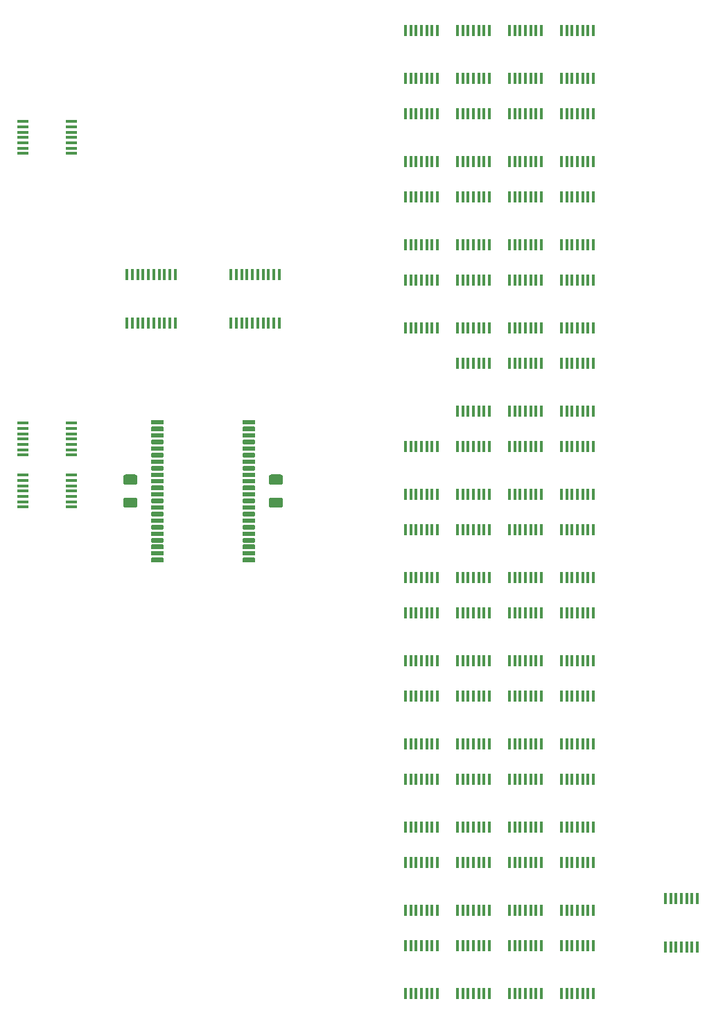
<source format=gbr>
G04 #@! TF.GenerationSoftware,KiCad,Pcbnew,5.1.5-52549c5~84~ubuntu18.04.1*
G04 #@! TF.CreationDate,2020-05-17T15:55:05-07:00*
G04 #@! TF.ProjectId,ram,72616d2e-6b69-4636-9164-5f7063625858,rev?*
G04 #@! TF.SameCoordinates,Original*
G04 #@! TF.FileFunction,Paste,Top*
G04 #@! TF.FilePolarity,Positive*
%FSLAX46Y46*%
G04 Gerber Fmt 4.6, Leading zero omitted, Abs format (unit mm)*
G04 Created by KiCad (PCBNEW 5.1.5-52549c5~84~ubuntu18.04.1) date 2020-05-17 15:55:05*
%MOMM*%
%LPD*%
G04 APERTURE LIST*
%ADD10C,0.100000*%
%ADD11R,0.450000X1.450000*%
%ADD12R,1.450000X0.450000*%
G04 APERTURE END LIST*
D10*
G36*
X174639504Y-27186204D02*
G01*
X174663773Y-27189804D01*
X174687571Y-27195765D01*
X174710671Y-27204030D01*
X174732849Y-27214520D01*
X174753893Y-27227133D01*
X174773598Y-27241747D01*
X174791777Y-27258223D01*
X174808253Y-27276402D01*
X174822867Y-27296107D01*
X174835480Y-27317151D01*
X174845970Y-27339329D01*
X174854235Y-27362429D01*
X174860196Y-27386227D01*
X174863796Y-27410496D01*
X174865000Y-27435000D01*
X174865000Y-28185000D01*
X174863796Y-28209504D01*
X174860196Y-28233773D01*
X174854235Y-28257571D01*
X174845970Y-28280671D01*
X174835480Y-28302849D01*
X174822867Y-28323893D01*
X174808253Y-28343598D01*
X174791777Y-28361777D01*
X174773598Y-28378253D01*
X174753893Y-28392867D01*
X174732849Y-28405480D01*
X174710671Y-28415970D01*
X174687571Y-28424235D01*
X174663773Y-28430196D01*
X174639504Y-28433796D01*
X174615000Y-28435000D01*
X173365000Y-28435000D01*
X173340496Y-28433796D01*
X173316227Y-28430196D01*
X173292429Y-28424235D01*
X173269329Y-28415970D01*
X173247151Y-28405480D01*
X173226107Y-28392867D01*
X173206402Y-28378253D01*
X173188223Y-28361777D01*
X173171747Y-28343598D01*
X173157133Y-28323893D01*
X173144520Y-28302849D01*
X173134030Y-28280671D01*
X173125765Y-28257571D01*
X173119804Y-28233773D01*
X173116204Y-28209504D01*
X173115000Y-28185000D01*
X173115000Y-27435000D01*
X173116204Y-27410496D01*
X173119804Y-27386227D01*
X173125765Y-27362429D01*
X173134030Y-27339329D01*
X173144520Y-27317151D01*
X173157133Y-27296107D01*
X173171747Y-27276402D01*
X173188223Y-27258223D01*
X173206402Y-27241747D01*
X173226107Y-27227133D01*
X173247151Y-27214520D01*
X173269329Y-27204030D01*
X173292429Y-27195765D01*
X173316227Y-27189804D01*
X173340496Y-27186204D01*
X173365000Y-27185000D01*
X174615000Y-27185000D01*
X174639504Y-27186204D01*
G37*
G36*
X174639504Y-29986204D02*
G01*
X174663773Y-29989804D01*
X174687571Y-29995765D01*
X174710671Y-30004030D01*
X174732849Y-30014520D01*
X174753893Y-30027133D01*
X174773598Y-30041747D01*
X174791777Y-30058223D01*
X174808253Y-30076402D01*
X174822867Y-30096107D01*
X174835480Y-30117151D01*
X174845970Y-30139329D01*
X174854235Y-30162429D01*
X174860196Y-30186227D01*
X174863796Y-30210496D01*
X174865000Y-30235000D01*
X174865000Y-30985000D01*
X174863796Y-31009504D01*
X174860196Y-31033773D01*
X174854235Y-31057571D01*
X174845970Y-31080671D01*
X174835480Y-31102849D01*
X174822867Y-31123893D01*
X174808253Y-31143598D01*
X174791777Y-31161777D01*
X174773598Y-31178253D01*
X174753893Y-31192867D01*
X174732849Y-31205480D01*
X174710671Y-31215970D01*
X174687571Y-31224235D01*
X174663773Y-31230196D01*
X174639504Y-31233796D01*
X174615000Y-31235000D01*
X173365000Y-31235000D01*
X173340496Y-31233796D01*
X173316227Y-31230196D01*
X173292429Y-31224235D01*
X173269329Y-31215970D01*
X173247151Y-31205480D01*
X173226107Y-31192867D01*
X173206402Y-31178253D01*
X173188223Y-31161777D01*
X173171747Y-31143598D01*
X173157133Y-31123893D01*
X173144520Y-31102849D01*
X173134030Y-31080671D01*
X173125765Y-31057571D01*
X173119804Y-31033773D01*
X173116204Y-31009504D01*
X173115000Y-30985000D01*
X173115000Y-30235000D01*
X173116204Y-30210496D01*
X173119804Y-30186227D01*
X173125765Y-30162429D01*
X173134030Y-30139329D01*
X173144520Y-30117151D01*
X173157133Y-30096107D01*
X173171747Y-30076402D01*
X173188223Y-30058223D01*
X173206402Y-30041747D01*
X173226107Y-30027133D01*
X173247151Y-30014520D01*
X173269329Y-30004030D01*
X173292429Y-29995765D01*
X173316227Y-29989804D01*
X173340496Y-29986204D01*
X173365000Y-29985000D01*
X174615000Y-29985000D01*
X174639504Y-29986204D01*
G37*
G36*
X156859504Y-27186204D02*
G01*
X156883773Y-27189804D01*
X156907571Y-27195765D01*
X156930671Y-27204030D01*
X156952849Y-27214520D01*
X156973893Y-27227133D01*
X156993598Y-27241747D01*
X157011777Y-27258223D01*
X157028253Y-27276402D01*
X157042867Y-27296107D01*
X157055480Y-27317151D01*
X157065970Y-27339329D01*
X157074235Y-27362429D01*
X157080196Y-27386227D01*
X157083796Y-27410496D01*
X157085000Y-27435000D01*
X157085000Y-28185000D01*
X157083796Y-28209504D01*
X157080196Y-28233773D01*
X157074235Y-28257571D01*
X157065970Y-28280671D01*
X157055480Y-28302849D01*
X157042867Y-28323893D01*
X157028253Y-28343598D01*
X157011777Y-28361777D01*
X156993598Y-28378253D01*
X156973893Y-28392867D01*
X156952849Y-28405480D01*
X156930671Y-28415970D01*
X156907571Y-28424235D01*
X156883773Y-28430196D01*
X156859504Y-28433796D01*
X156835000Y-28435000D01*
X155585000Y-28435000D01*
X155560496Y-28433796D01*
X155536227Y-28430196D01*
X155512429Y-28424235D01*
X155489329Y-28415970D01*
X155467151Y-28405480D01*
X155446107Y-28392867D01*
X155426402Y-28378253D01*
X155408223Y-28361777D01*
X155391747Y-28343598D01*
X155377133Y-28323893D01*
X155364520Y-28302849D01*
X155354030Y-28280671D01*
X155345765Y-28257571D01*
X155339804Y-28233773D01*
X155336204Y-28209504D01*
X155335000Y-28185000D01*
X155335000Y-27435000D01*
X155336204Y-27410496D01*
X155339804Y-27386227D01*
X155345765Y-27362429D01*
X155354030Y-27339329D01*
X155364520Y-27317151D01*
X155377133Y-27296107D01*
X155391747Y-27276402D01*
X155408223Y-27258223D01*
X155426402Y-27241747D01*
X155446107Y-27227133D01*
X155467151Y-27214520D01*
X155489329Y-27204030D01*
X155512429Y-27195765D01*
X155536227Y-27189804D01*
X155560496Y-27186204D01*
X155585000Y-27185000D01*
X156835000Y-27185000D01*
X156859504Y-27186204D01*
G37*
G36*
X156859504Y-29986204D02*
G01*
X156883773Y-29989804D01*
X156907571Y-29995765D01*
X156930671Y-30004030D01*
X156952849Y-30014520D01*
X156973893Y-30027133D01*
X156993598Y-30041747D01*
X157011777Y-30058223D01*
X157028253Y-30076402D01*
X157042867Y-30096107D01*
X157055480Y-30117151D01*
X157065970Y-30139329D01*
X157074235Y-30162429D01*
X157080196Y-30186227D01*
X157083796Y-30210496D01*
X157085000Y-30235000D01*
X157085000Y-30985000D01*
X157083796Y-31009504D01*
X157080196Y-31033773D01*
X157074235Y-31057571D01*
X157065970Y-31080671D01*
X157055480Y-31102849D01*
X157042867Y-31123893D01*
X157028253Y-31143598D01*
X157011777Y-31161777D01*
X156993598Y-31178253D01*
X156973893Y-31192867D01*
X156952849Y-31205480D01*
X156930671Y-31215970D01*
X156907571Y-31224235D01*
X156883773Y-31230196D01*
X156859504Y-31233796D01*
X156835000Y-31235000D01*
X155585000Y-31235000D01*
X155560496Y-31233796D01*
X155536227Y-31230196D01*
X155512429Y-31224235D01*
X155489329Y-31215970D01*
X155467151Y-31205480D01*
X155446107Y-31192867D01*
X155426402Y-31178253D01*
X155408223Y-31161777D01*
X155391747Y-31143598D01*
X155377133Y-31123893D01*
X155364520Y-31102849D01*
X155354030Y-31080671D01*
X155345765Y-31057571D01*
X155339804Y-31033773D01*
X155336204Y-31009504D01*
X155335000Y-30985000D01*
X155335000Y-30235000D01*
X155336204Y-30210496D01*
X155339804Y-30186227D01*
X155345765Y-30162429D01*
X155354030Y-30139329D01*
X155364520Y-30117151D01*
X155377133Y-30096107D01*
X155391747Y-30076402D01*
X155408223Y-30058223D01*
X155426402Y-30041747D01*
X155446107Y-30027133D01*
X155467151Y-30014520D01*
X155489329Y-30004030D01*
X155512429Y-29995765D01*
X155536227Y-29989804D01*
X155560496Y-29986204D01*
X155585000Y-29985000D01*
X156835000Y-29985000D01*
X156859504Y-29986204D01*
G37*
D11*
X208870000Y6760000D03*
X209520000Y6760000D03*
X210170000Y6760000D03*
X210820000Y6760000D03*
X211470000Y6760000D03*
X212120000Y6760000D03*
X212770000Y6760000D03*
X212770000Y860000D03*
X212120000Y860000D03*
X211470000Y860000D03*
X210820000Y860000D03*
X210170000Y860000D03*
X209520000Y860000D03*
X208870000Y860000D03*
X208870000Y27080000D03*
X209520000Y27080000D03*
X210170000Y27080000D03*
X210820000Y27080000D03*
X211470000Y27080000D03*
X212120000Y27080000D03*
X212770000Y27080000D03*
X212770000Y21180000D03*
X212120000Y21180000D03*
X211470000Y21180000D03*
X210820000Y21180000D03*
X210170000Y21180000D03*
X209520000Y21180000D03*
X208870000Y21180000D03*
X208870000Y-3400000D03*
X209520000Y-3400000D03*
X210170000Y-3400000D03*
X210820000Y-3400000D03*
X211470000Y-3400000D03*
X212120000Y-3400000D03*
X212770000Y-3400000D03*
X212770000Y-9300000D03*
X212120000Y-9300000D03*
X211470000Y-9300000D03*
X210820000Y-9300000D03*
X210170000Y-9300000D03*
X209520000Y-9300000D03*
X208870000Y-9300000D03*
X208870000Y16920000D03*
X209520000Y16920000D03*
X210170000Y16920000D03*
X210820000Y16920000D03*
X211470000Y16920000D03*
X212120000Y16920000D03*
X212770000Y16920000D03*
X212770000Y11020000D03*
X212120000Y11020000D03*
X211470000Y11020000D03*
X210820000Y11020000D03*
X210170000Y11020000D03*
X209520000Y11020000D03*
X208870000Y11020000D03*
X202520000Y6760000D03*
X203170000Y6760000D03*
X203820000Y6760000D03*
X204470000Y6760000D03*
X205120000Y6760000D03*
X205770000Y6760000D03*
X206420000Y6760000D03*
X206420000Y860000D03*
X205770000Y860000D03*
X205120000Y860000D03*
X204470000Y860000D03*
X203820000Y860000D03*
X203170000Y860000D03*
X202520000Y860000D03*
X202520000Y27080000D03*
X203170000Y27080000D03*
X203820000Y27080000D03*
X204470000Y27080000D03*
X205120000Y27080000D03*
X205770000Y27080000D03*
X206420000Y27080000D03*
X206420000Y21180000D03*
X205770000Y21180000D03*
X205120000Y21180000D03*
X204470000Y21180000D03*
X203820000Y21180000D03*
X203170000Y21180000D03*
X202520000Y21180000D03*
X202520000Y-3400000D03*
X203170000Y-3400000D03*
X203820000Y-3400000D03*
X204470000Y-3400000D03*
X205120000Y-3400000D03*
X205770000Y-3400000D03*
X206420000Y-3400000D03*
X206420000Y-9300000D03*
X205770000Y-9300000D03*
X205120000Y-9300000D03*
X204470000Y-9300000D03*
X203820000Y-9300000D03*
X203170000Y-9300000D03*
X202520000Y-9300000D03*
X202520000Y16920000D03*
X203170000Y16920000D03*
X203820000Y16920000D03*
X204470000Y16920000D03*
X205120000Y16920000D03*
X205770000Y16920000D03*
X206420000Y16920000D03*
X206420000Y11020000D03*
X205770000Y11020000D03*
X205120000Y11020000D03*
X204470000Y11020000D03*
X203820000Y11020000D03*
X203170000Y11020000D03*
X202520000Y11020000D03*
X196170000Y6760000D03*
X196820000Y6760000D03*
X197470000Y6760000D03*
X198120000Y6760000D03*
X198770000Y6760000D03*
X199420000Y6760000D03*
X200070000Y6760000D03*
X200070000Y860000D03*
X199420000Y860000D03*
X198770000Y860000D03*
X198120000Y860000D03*
X197470000Y860000D03*
X196820000Y860000D03*
X196170000Y860000D03*
X196170000Y27080000D03*
X196820000Y27080000D03*
X197470000Y27080000D03*
X198120000Y27080000D03*
X198770000Y27080000D03*
X199420000Y27080000D03*
X200070000Y27080000D03*
X200070000Y21180000D03*
X199420000Y21180000D03*
X198770000Y21180000D03*
X198120000Y21180000D03*
X197470000Y21180000D03*
X196820000Y21180000D03*
X196170000Y21180000D03*
X196170000Y-3400000D03*
X196820000Y-3400000D03*
X197470000Y-3400000D03*
X198120000Y-3400000D03*
X198770000Y-3400000D03*
X199420000Y-3400000D03*
X200070000Y-3400000D03*
X200070000Y-9300000D03*
X199420000Y-9300000D03*
X198770000Y-9300000D03*
X198120000Y-9300000D03*
X197470000Y-9300000D03*
X196820000Y-9300000D03*
X196170000Y-9300000D03*
X196170000Y16920000D03*
X196820000Y16920000D03*
X197470000Y16920000D03*
X198120000Y16920000D03*
X198770000Y16920000D03*
X199420000Y16920000D03*
X200070000Y16920000D03*
X200070000Y11020000D03*
X199420000Y11020000D03*
X198770000Y11020000D03*
X198120000Y11020000D03*
X197470000Y11020000D03*
X196820000Y11020000D03*
X196170000Y11020000D03*
X189820000Y6760000D03*
X190470000Y6760000D03*
X191120000Y6760000D03*
X191770000Y6760000D03*
X192420000Y6760000D03*
X193070000Y6760000D03*
X193720000Y6760000D03*
X193720000Y860000D03*
X193070000Y860000D03*
X192420000Y860000D03*
X191770000Y860000D03*
X191120000Y860000D03*
X190470000Y860000D03*
X189820000Y860000D03*
X189820000Y27080000D03*
X190470000Y27080000D03*
X191120000Y27080000D03*
X191770000Y27080000D03*
X192420000Y27080000D03*
X193070000Y27080000D03*
X193720000Y27080000D03*
X193720000Y21180000D03*
X193070000Y21180000D03*
X192420000Y21180000D03*
X191770000Y21180000D03*
X191120000Y21180000D03*
X190470000Y21180000D03*
X189820000Y21180000D03*
X189820000Y-3400000D03*
X190470000Y-3400000D03*
X191120000Y-3400000D03*
X191770000Y-3400000D03*
X192420000Y-3400000D03*
X193070000Y-3400000D03*
X193720000Y-3400000D03*
X193720000Y-9300000D03*
X193070000Y-9300000D03*
X192420000Y-9300000D03*
X191770000Y-9300000D03*
X191120000Y-9300000D03*
X190470000Y-9300000D03*
X189820000Y-9300000D03*
X189820000Y16920000D03*
X190470000Y16920000D03*
X191120000Y16920000D03*
X191770000Y16920000D03*
X192420000Y16920000D03*
X193070000Y16920000D03*
X193720000Y16920000D03*
X193720000Y11020000D03*
X193070000Y11020000D03*
X192420000Y11020000D03*
X191770000Y11020000D03*
X191120000Y11020000D03*
X190470000Y11020000D03*
X189820000Y11020000D03*
X189820000Y-23720000D03*
X190470000Y-23720000D03*
X191120000Y-23720000D03*
X191770000Y-23720000D03*
X192420000Y-23720000D03*
X193070000Y-23720000D03*
X193720000Y-23720000D03*
X193720000Y-29620000D03*
X193070000Y-29620000D03*
X192420000Y-29620000D03*
X191770000Y-29620000D03*
X191120000Y-29620000D03*
X190470000Y-29620000D03*
X189820000Y-29620000D03*
X189820000Y-44040000D03*
X190470000Y-44040000D03*
X191120000Y-44040000D03*
X191770000Y-44040000D03*
X192420000Y-44040000D03*
X193070000Y-44040000D03*
X193720000Y-44040000D03*
X193720000Y-49940000D03*
X193070000Y-49940000D03*
X192420000Y-49940000D03*
X191770000Y-49940000D03*
X191120000Y-49940000D03*
X190470000Y-49940000D03*
X189820000Y-49940000D03*
X221570000Y-78965000D03*
X222220000Y-78965000D03*
X222870000Y-78965000D03*
X223520000Y-78965000D03*
X224170000Y-78965000D03*
X224820000Y-78965000D03*
X225470000Y-78965000D03*
X225470000Y-84865000D03*
X224820000Y-84865000D03*
X224170000Y-84865000D03*
X223520000Y-84865000D03*
X222870000Y-84865000D03*
X222220000Y-84865000D03*
X221570000Y-84865000D03*
X189820000Y-33880000D03*
X190470000Y-33880000D03*
X191120000Y-33880000D03*
X191770000Y-33880000D03*
X192420000Y-33880000D03*
X193070000Y-33880000D03*
X193720000Y-33880000D03*
X193720000Y-39780000D03*
X193070000Y-39780000D03*
X192420000Y-39780000D03*
X191770000Y-39780000D03*
X191120000Y-39780000D03*
X190470000Y-39780000D03*
X189820000Y-39780000D03*
X196170000Y-23720000D03*
X196820000Y-23720000D03*
X197470000Y-23720000D03*
X198120000Y-23720000D03*
X198770000Y-23720000D03*
X199420000Y-23720000D03*
X200070000Y-23720000D03*
X200070000Y-29620000D03*
X199420000Y-29620000D03*
X198770000Y-29620000D03*
X198120000Y-29620000D03*
X197470000Y-29620000D03*
X196820000Y-29620000D03*
X196170000Y-29620000D03*
X196170000Y-44040000D03*
X196820000Y-44040000D03*
X197470000Y-44040000D03*
X198120000Y-44040000D03*
X198770000Y-44040000D03*
X199420000Y-44040000D03*
X200070000Y-44040000D03*
X200070000Y-49940000D03*
X199420000Y-49940000D03*
X198770000Y-49940000D03*
X198120000Y-49940000D03*
X197470000Y-49940000D03*
X196820000Y-49940000D03*
X196170000Y-49940000D03*
X196170000Y-13560000D03*
X196820000Y-13560000D03*
X197470000Y-13560000D03*
X198120000Y-13560000D03*
X198770000Y-13560000D03*
X199420000Y-13560000D03*
X200070000Y-13560000D03*
X200070000Y-19460000D03*
X199420000Y-19460000D03*
X198770000Y-19460000D03*
X198120000Y-19460000D03*
X197470000Y-19460000D03*
X196820000Y-19460000D03*
X196170000Y-19460000D03*
X196170000Y-33880000D03*
X196820000Y-33880000D03*
X197470000Y-33880000D03*
X198120000Y-33880000D03*
X198770000Y-33880000D03*
X199420000Y-33880000D03*
X200070000Y-33880000D03*
X200070000Y-39780000D03*
X199420000Y-39780000D03*
X198770000Y-39780000D03*
X198120000Y-39780000D03*
X197470000Y-39780000D03*
X196820000Y-39780000D03*
X196170000Y-39780000D03*
X202520000Y-23720000D03*
X203170000Y-23720000D03*
X203820000Y-23720000D03*
X204470000Y-23720000D03*
X205120000Y-23720000D03*
X205770000Y-23720000D03*
X206420000Y-23720000D03*
X206420000Y-29620000D03*
X205770000Y-29620000D03*
X205120000Y-29620000D03*
X204470000Y-29620000D03*
X203820000Y-29620000D03*
X203170000Y-29620000D03*
X202520000Y-29620000D03*
X202520000Y-44040000D03*
X203170000Y-44040000D03*
X203820000Y-44040000D03*
X204470000Y-44040000D03*
X205120000Y-44040000D03*
X205770000Y-44040000D03*
X206420000Y-44040000D03*
X206420000Y-49940000D03*
X205770000Y-49940000D03*
X205120000Y-49940000D03*
X204470000Y-49940000D03*
X203820000Y-49940000D03*
X203170000Y-49940000D03*
X202520000Y-49940000D03*
X202520000Y-13560000D03*
X203170000Y-13560000D03*
X203820000Y-13560000D03*
X204470000Y-13560000D03*
X205120000Y-13560000D03*
X205770000Y-13560000D03*
X206420000Y-13560000D03*
X206420000Y-19460000D03*
X205770000Y-19460000D03*
X205120000Y-19460000D03*
X204470000Y-19460000D03*
X203820000Y-19460000D03*
X203170000Y-19460000D03*
X202520000Y-19460000D03*
X202520000Y-33880000D03*
X203170000Y-33880000D03*
X203820000Y-33880000D03*
X204470000Y-33880000D03*
X205120000Y-33880000D03*
X205770000Y-33880000D03*
X206420000Y-33880000D03*
X206420000Y-39780000D03*
X205770000Y-39780000D03*
X205120000Y-39780000D03*
X204470000Y-39780000D03*
X203820000Y-39780000D03*
X203170000Y-39780000D03*
X202520000Y-39780000D03*
X208870000Y-23720000D03*
X209520000Y-23720000D03*
X210170000Y-23720000D03*
X210820000Y-23720000D03*
X211470000Y-23720000D03*
X212120000Y-23720000D03*
X212770000Y-23720000D03*
X212770000Y-29620000D03*
X212120000Y-29620000D03*
X211470000Y-29620000D03*
X210820000Y-29620000D03*
X210170000Y-29620000D03*
X209520000Y-29620000D03*
X208870000Y-29620000D03*
X208870000Y-44040000D03*
X209520000Y-44040000D03*
X210170000Y-44040000D03*
X210820000Y-44040000D03*
X211470000Y-44040000D03*
X212120000Y-44040000D03*
X212770000Y-44040000D03*
X212770000Y-49940000D03*
X212120000Y-49940000D03*
X211470000Y-49940000D03*
X210820000Y-49940000D03*
X210170000Y-49940000D03*
X209520000Y-49940000D03*
X208870000Y-49940000D03*
X208870000Y-13560000D03*
X209520000Y-13560000D03*
X210170000Y-13560000D03*
X210820000Y-13560000D03*
X211470000Y-13560000D03*
X212120000Y-13560000D03*
X212770000Y-13560000D03*
X212770000Y-19460000D03*
X212120000Y-19460000D03*
X211470000Y-19460000D03*
X210820000Y-19460000D03*
X210170000Y-19460000D03*
X209520000Y-19460000D03*
X208870000Y-19460000D03*
X208870000Y-33880000D03*
X209520000Y-33880000D03*
X210170000Y-33880000D03*
X210820000Y-33880000D03*
X211470000Y-33880000D03*
X212120000Y-33880000D03*
X212770000Y-33880000D03*
X212770000Y-39780000D03*
X212120000Y-39780000D03*
X211470000Y-39780000D03*
X210820000Y-39780000D03*
X210170000Y-39780000D03*
X209520000Y-39780000D03*
X208870000Y-39780000D03*
X189820000Y-64360000D03*
X190470000Y-64360000D03*
X191120000Y-64360000D03*
X191770000Y-64360000D03*
X192420000Y-64360000D03*
X193070000Y-64360000D03*
X193720000Y-64360000D03*
X193720000Y-70260000D03*
X193070000Y-70260000D03*
X192420000Y-70260000D03*
X191770000Y-70260000D03*
X191120000Y-70260000D03*
X190470000Y-70260000D03*
X189820000Y-70260000D03*
X189820000Y-84680000D03*
X190470000Y-84680000D03*
X191120000Y-84680000D03*
X191770000Y-84680000D03*
X192420000Y-84680000D03*
X193070000Y-84680000D03*
X193720000Y-84680000D03*
X193720000Y-90580000D03*
X193070000Y-90580000D03*
X192420000Y-90580000D03*
X191770000Y-90580000D03*
X191120000Y-90580000D03*
X190470000Y-90580000D03*
X189820000Y-90580000D03*
X189820000Y-54200000D03*
X190470000Y-54200000D03*
X191120000Y-54200000D03*
X191770000Y-54200000D03*
X192420000Y-54200000D03*
X193070000Y-54200000D03*
X193720000Y-54200000D03*
X193720000Y-60100000D03*
X193070000Y-60100000D03*
X192420000Y-60100000D03*
X191770000Y-60100000D03*
X191120000Y-60100000D03*
X190470000Y-60100000D03*
X189820000Y-60100000D03*
X189820000Y-74520000D03*
X190470000Y-74520000D03*
X191120000Y-74520000D03*
X191770000Y-74520000D03*
X192420000Y-74520000D03*
X193070000Y-74520000D03*
X193720000Y-74520000D03*
X193720000Y-80420000D03*
X193070000Y-80420000D03*
X192420000Y-80420000D03*
X191770000Y-80420000D03*
X191120000Y-80420000D03*
X190470000Y-80420000D03*
X189820000Y-80420000D03*
X196170000Y-64360000D03*
X196820000Y-64360000D03*
X197470000Y-64360000D03*
X198120000Y-64360000D03*
X198770000Y-64360000D03*
X199420000Y-64360000D03*
X200070000Y-64360000D03*
X200070000Y-70260000D03*
X199420000Y-70260000D03*
X198770000Y-70260000D03*
X198120000Y-70260000D03*
X197470000Y-70260000D03*
X196820000Y-70260000D03*
X196170000Y-70260000D03*
X196170000Y-84680000D03*
X196820000Y-84680000D03*
X197470000Y-84680000D03*
X198120000Y-84680000D03*
X198770000Y-84680000D03*
X199420000Y-84680000D03*
X200070000Y-84680000D03*
X200070000Y-90580000D03*
X199420000Y-90580000D03*
X198770000Y-90580000D03*
X198120000Y-90580000D03*
X197470000Y-90580000D03*
X196820000Y-90580000D03*
X196170000Y-90580000D03*
X196170000Y-54200000D03*
X196820000Y-54200000D03*
X197470000Y-54200000D03*
X198120000Y-54200000D03*
X198770000Y-54200000D03*
X199420000Y-54200000D03*
X200070000Y-54200000D03*
X200070000Y-60100000D03*
X199420000Y-60100000D03*
X198770000Y-60100000D03*
X198120000Y-60100000D03*
X197470000Y-60100000D03*
X196820000Y-60100000D03*
X196170000Y-60100000D03*
X196170000Y-74520000D03*
X196820000Y-74520000D03*
X197470000Y-74520000D03*
X198120000Y-74520000D03*
X198770000Y-74520000D03*
X199420000Y-74520000D03*
X200070000Y-74520000D03*
X200070000Y-80420000D03*
X199420000Y-80420000D03*
X198770000Y-80420000D03*
X198120000Y-80420000D03*
X197470000Y-80420000D03*
X196820000Y-80420000D03*
X196170000Y-80420000D03*
X202520000Y-64360000D03*
X203170000Y-64360000D03*
X203820000Y-64360000D03*
X204470000Y-64360000D03*
X205120000Y-64360000D03*
X205770000Y-64360000D03*
X206420000Y-64360000D03*
X206420000Y-70260000D03*
X205770000Y-70260000D03*
X205120000Y-70260000D03*
X204470000Y-70260000D03*
X203820000Y-70260000D03*
X203170000Y-70260000D03*
X202520000Y-70260000D03*
X202520000Y-84680000D03*
X203170000Y-84680000D03*
X203820000Y-84680000D03*
X204470000Y-84680000D03*
X205120000Y-84680000D03*
X205770000Y-84680000D03*
X206420000Y-84680000D03*
X206420000Y-90580000D03*
X205770000Y-90580000D03*
X205120000Y-90580000D03*
X204470000Y-90580000D03*
X203820000Y-90580000D03*
X203170000Y-90580000D03*
X202520000Y-90580000D03*
X202520000Y-54200000D03*
X203170000Y-54200000D03*
X203820000Y-54200000D03*
X204470000Y-54200000D03*
X205120000Y-54200000D03*
X205770000Y-54200000D03*
X206420000Y-54200000D03*
X206420000Y-60100000D03*
X205770000Y-60100000D03*
X205120000Y-60100000D03*
X204470000Y-60100000D03*
X203820000Y-60100000D03*
X203170000Y-60100000D03*
X202520000Y-60100000D03*
X202520000Y-74520000D03*
X203170000Y-74520000D03*
X203820000Y-74520000D03*
X204470000Y-74520000D03*
X205120000Y-74520000D03*
X205770000Y-74520000D03*
X206420000Y-74520000D03*
X206420000Y-80420000D03*
X205770000Y-80420000D03*
X205120000Y-80420000D03*
X204470000Y-80420000D03*
X203820000Y-80420000D03*
X203170000Y-80420000D03*
X202520000Y-80420000D03*
X208870000Y-64360000D03*
X209520000Y-64360000D03*
X210170000Y-64360000D03*
X210820000Y-64360000D03*
X211470000Y-64360000D03*
X212120000Y-64360000D03*
X212770000Y-64360000D03*
X212770000Y-70260000D03*
X212120000Y-70260000D03*
X211470000Y-70260000D03*
X210820000Y-70260000D03*
X210170000Y-70260000D03*
X209520000Y-70260000D03*
X208870000Y-70260000D03*
X208870000Y-84680000D03*
X209520000Y-84680000D03*
X210170000Y-84680000D03*
X210820000Y-84680000D03*
X211470000Y-84680000D03*
X212120000Y-84680000D03*
X212770000Y-84680000D03*
X212770000Y-90580000D03*
X212120000Y-90580000D03*
X211470000Y-90580000D03*
X210820000Y-90580000D03*
X210170000Y-90580000D03*
X209520000Y-90580000D03*
X208870000Y-90580000D03*
X208870000Y-54200000D03*
X209520000Y-54200000D03*
X210170000Y-54200000D03*
X210820000Y-54200000D03*
X211470000Y-54200000D03*
X212120000Y-54200000D03*
X212770000Y-54200000D03*
X212770000Y-60100000D03*
X212120000Y-60100000D03*
X211470000Y-60100000D03*
X210820000Y-60100000D03*
X210170000Y-60100000D03*
X209520000Y-60100000D03*
X208870000Y-60100000D03*
X208870000Y-74520000D03*
X209520000Y-74520000D03*
X210170000Y-74520000D03*
X210820000Y-74520000D03*
X211470000Y-74520000D03*
X212120000Y-74520000D03*
X212770000Y-74520000D03*
X212770000Y-80420000D03*
X212120000Y-80420000D03*
X211470000Y-80420000D03*
X210820000Y-80420000D03*
X210170000Y-80420000D03*
X209520000Y-80420000D03*
X208870000Y-80420000D03*
X161675000Y-8665000D03*
X161025000Y-8665000D03*
X160375000Y-8665000D03*
X159725000Y-8665000D03*
X159075000Y-8665000D03*
X158425000Y-8665000D03*
X157775000Y-8665000D03*
X157125000Y-8665000D03*
X156475000Y-8665000D03*
X155825000Y-8665000D03*
X155825000Y-2765000D03*
X156475000Y-2765000D03*
X157125000Y-2765000D03*
X157775000Y-2765000D03*
X158425000Y-2765000D03*
X159075000Y-2765000D03*
X159725000Y-2765000D03*
X160375000Y-2765000D03*
X161025000Y-2765000D03*
X161675000Y-2765000D03*
X174375000Y-8665000D03*
X173725000Y-8665000D03*
X173075000Y-8665000D03*
X172425000Y-8665000D03*
X171775000Y-8665000D03*
X171125000Y-8665000D03*
X170475000Y-8665000D03*
X169825000Y-8665000D03*
X169175000Y-8665000D03*
X168525000Y-8665000D03*
X168525000Y-2765000D03*
X169175000Y-2765000D03*
X169825000Y-2765000D03*
X170475000Y-2765000D03*
X171125000Y-2765000D03*
X171775000Y-2765000D03*
X172425000Y-2765000D03*
X173075000Y-2765000D03*
X173725000Y-2765000D03*
X174375000Y-2765000D03*
D12*
X149000000Y-20910000D03*
X149000000Y-21560000D03*
X149000000Y-22210000D03*
X149000000Y-22860000D03*
X149000000Y-23510000D03*
X149000000Y-24160000D03*
X149000000Y-24810000D03*
X143100000Y-24810000D03*
X143100000Y-24160000D03*
X143100000Y-23510000D03*
X143100000Y-22860000D03*
X143100000Y-22210000D03*
X143100000Y-21560000D03*
X143100000Y-20910000D03*
X149000000Y15920000D03*
X149000000Y15270000D03*
X149000000Y14620000D03*
X149000000Y13970000D03*
X149000000Y13320000D03*
X149000000Y12670000D03*
X149000000Y12020000D03*
X143100000Y12020000D03*
X143100000Y12670000D03*
X143100000Y13320000D03*
X143100000Y13970000D03*
X143100000Y14620000D03*
X143100000Y15270000D03*
X143100000Y15920000D03*
X149000000Y-27260000D03*
X149000000Y-27910000D03*
X149000000Y-28560000D03*
X149000000Y-29210000D03*
X149000000Y-29860000D03*
X149000000Y-30510000D03*
X149000000Y-31160000D03*
X143100000Y-31160000D03*
X143100000Y-30510000D03*
X143100000Y-29860000D03*
X143100000Y-29210000D03*
X143100000Y-28560000D03*
X143100000Y-27910000D03*
X143100000Y-27260000D03*
D10*
G36*
X160150977Y-37335662D02*
G01*
X160164325Y-37337642D01*
X160177414Y-37340921D01*
X160190119Y-37345467D01*
X160202317Y-37351236D01*
X160213891Y-37358173D01*
X160224729Y-37366211D01*
X160234727Y-37375273D01*
X160243789Y-37385271D01*
X160251827Y-37396109D01*
X160258764Y-37407683D01*
X160264533Y-37419881D01*
X160269079Y-37432586D01*
X160272358Y-37445675D01*
X160274338Y-37459023D01*
X160275000Y-37472500D01*
X160275000Y-37747500D01*
X160274338Y-37760977D01*
X160272358Y-37774325D01*
X160269079Y-37787414D01*
X160264533Y-37800119D01*
X160258764Y-37812317D01*
X160251827Y-37823891D01*
X160243789Y-37834729D01*
X160234727Y-37844727D01*
X160224729Y-37853789D01*
X160213891Y-37861827D01*
X160202317Y-37868764D01*
X160190119Y-37874533D01*
X160177414Y-37879079D01*
X160164325Y-37882358D01*
X160150977Y-37884338D01*
X160137500Y-37885000D01*
X158887500Y-37885000D01*
X158874023Y-37884338D01*
X158860675Y-37882358D01*
X158847586Y-37879079D01*
X158834881Y-37874533D01*
X158822683Y-37868764D01*
X158811109Y-37861827D01*
X158800271Y-37853789D01*
X158790273Y-37844727D01*
X158781211Y-37834729D01*
X158773173Y-37823891D01*
X158766236Y-37812317D01*
X158760467Y-37800119D01*
X158755921Y-37787414D01*
X158752642Y-37774325D01*
X158750662Y-37760977D01*
X158750000Y-37747500D01*
X158750000Y-37472500D01*
X158750662Y-37459023D01*
X158752642Y-37445675D01*
X158755921Y-37432586D01*
X158760467Y-37419881D01*
X158766236Y-37407683D01*
X158773173Y-37396109D01*
X158781211Y-37385271D01*
X158790273Y-37375273D01*
X158800271Y-37366211D01*
X158811109Y-37358173D01*
X158822683Y-37351236D01*
X158834881Y-37345467D01*
X158847586Y-37340921D01*
X158860675Y-37337642D01*
X158874023Y-37335662D01*
X158887500Y-37335000D01*
X160137500Y-37335000D01*
X160150977Y-37335662D01*
G37*
G36*
X160150977Y-36535662D02*
G01*
X160164325Y-36537642D01*
X160177414Y-36540921D01*
X160190119Y-36545467D01*
X160202317Y-36551236D01*
X160213891Y-36558173D01*
X160224729Y-36566211D01*
X160234727Y-36575273D01*
X160243789Y-36585271D01*
X160251827Y-36596109D01*
X160258764Y-36607683D01*
X160264533Y-36619881D01*
X160269079Y-36632586D01*
X160272358Y-36645675D01*
X160274338Y-36659023D01*
X160275000Y-36672500D01*
X160275000Y-36947500D01*
X160274338Y-36960977D01*
X160272358Y-36974325D01*
X160269079Y-36987414D01*
X160264533Y-37000119D01*
X160258764Y-37012317D01*
X160251827Y-37023891D01*
X160243789Y-37034729D01*
X160234727Y-37044727D01*
X160224729Y-37053789D01*
X160213891Y-37061827D01*
X160202317Y-37068764D01*
X160190119Y-37074533D01*
X160177414Y-37079079D01*
X160164325Y-37082358D01*
X160150977Y-37084338D01*
X160137500Y-37085000D01*
X158887500Y-37085000D01*
X158874023Y-37084338D01*
X158860675Y-37082358D01*
X158847586Y-37079079D01*
X158834881Y-37074533D01*
X158822683Y-37068764D01*
X158811109Y-37061827D01*
X158800271Y-37053789D01*
X158790273Y-37044727D01*
X158781211Y-37034729D01*
X158773173Y-37023891D01*
X158766236Y-37012317D01*
X158760467Y-37000119D01*
X158755921Y-36987414D01*
X158752642Y-36974325D01*
X158750662Y-36960977D01*
X158750000Y-36947500D01*
X158750000Y-36672500D01*
X158750662Y-36659023D01*
X158752642Y-36645675D01*
X158755921Y-36632586D01*
X158760467Y-36619881D01*
X158766236Y-36607683D01*
X158773173Y-36596109D01*
X158781211Y-36585271D01*
X158790273Y-36575273D01*
X158800271Y-36566211D01*
X158811109Y-36558173D01*
X158822683Y-36551236D01*
X158834881Y-36545467D01*
X158847586Y-36540921D01*
X158860675Y-36537642D01*
X158874023Y-36535662D01*
X158887500Y-36535000D01*
X160137500Y-36535000D01*
X160150977Y-36535662D01*
G37*
G36*
X160150977Y-35735662D02*
G01*
X160164325Y-35737642D01*
X160177414Y-35740921D01*
X160190119Y-35745467D01*
X160202317Y-35751236D01*
X160213891Y-35758173D01*
X160224729Y-35766211D01*
X160234727Y-35775273D01*
X160243789Y-35785271D01*
X160251827Y-35796109D01*
X160258764Y-35807683D01*
X160264533Y-35819881D01*
X160269079Y-35832586D01*
X160272358Y-35845675D01*
X160274338Y-35859023D01*
X160275000Y-35872500D01*
X160275000Y-36147500D01*
X160274338Y-36160977D01*
X160272358Y-36174325D01*
X160269079Y-36187414D01*
X160264533Y-36200119D01*
X160258764Y-36212317D01*
X160251827Y-36223891D01*
X160243789Y-36234729D01*
X160234727Y-36244727D01*
X160224729Y-36253789D01*
X160213891Y-36261827D01*
X160202317Y-36268764D01*
X160190119Y-36274533D01*
X160177414Y-36279079D01*
X160164325Y-36282358D01*
X160150977Y-36284338D01*
X160137500Y-36285000D01*
X158887500Y-36285000D01*
X158874023Y-36284338D01*
X158860675Y-36282358D01*
X158847586Y-36279079D01*
X158834881Y-36274533D01*
X158822683Y-36268764D01*
X158811109Y-36261827D01*
X158800271Y-36253789D01*
X158790273Y-36244727D01*
X158781211Y-36234729D01*
X158773173Y-36223891D01*
X158766236Y-36212317D01*
X158760467Y-36200119D01*
X158755921Y-36187414D01*
X158752642Y-36174325D01*
X158750662Y-36160977D01*
X158750000Y-36147500D01*
X158750000Y-35872500D01*
X158750662Y-35859023D01*
X158752642Y-35845675D01*
X158755921Y-35832586D01*
X158760467Y-35819881D01*
X158766236Y-35807683D01*
X158773173Y-35796109D01*
X158781211Y-35785271D01*
X158790273Y-35775273D01*
X158800271Y-35766211D01*
X158811109Y-35758173D01*
X158822683Y-35751236D01*
X158834881Y-35745467D01*
X158847586Y-35740921D01*
X158860675Y-35737642D01*
X158874023Y-35735662D01*
X158887500Y-35735000D01*
X160137500Y-35735000D01*
X160150977Y-35735662D01*
G37*
G36*
X160150977Y-34935662D02*
G01*
X160164325Y-34937642D01*
X160177414Y-34940921D01*
X160190119Y-34945467D01*
X160202317Y-34951236D01*
X160213891Y-34958173D01*
X160224729Y-34966211D01*
X160234727Y-34975273D01*
X160243789Y-34985271D01*
X160251827Y-34996109D01*
X160258764Y-35007683D01*
X160264533Y-35019881D01*
X160269079Y-35032586D01*
X160272358Y-35045675D01*
X160274338Y-35059023D01*
X160275000Y-35072500D01*
X160275000Y-35347500D01*
X160274338Y-35360977D01*
X160272358Y-35374325D01*
X160269079Y-35387414D01*
X160264533Y-35400119D01*
X160258764Y-35412317D01*
X160251827Y-35423891D01*
X160243789Y-35434729D01*
X160234727Y-35444727D01*
X160224729Y-35453789D01*
X160213891Y-35461827D01*
X160202317Y-35468764D01*
X160190119Y-35474533D01*
X160177414Y-35479079D01*
X160164325Y-35482358D01*
X160150977Y-35484338D01*
X160137500Y-35485000D01*
X158887500Y-35485000D01*
X158874023Y-35484338D01*
X158860675Y-35482358D01*
X158847586Y-35479079D01*
X158834881Y-35474533D01*
X158822683Y-35468764D01*
X158811109Y-35461827D01*
X158800271Y-35453789D01*
X158790273Y-35444727D01*
X158781211Y-35434729D01*
X158773173Y-35423891D01*
X158766236Y-35412317D01*
X158760467Y-35400119D01*
X158755921Y-35387414D01*
X158752642Y-35374325D01*
X158750662Y-35360977D01*
X158750000Y-35347500D01*
X158750000Y-35072500D01*
X158750662Y-35059023D01*
X158752642Y-35045675D01*
X158755921Y-35032586D01*
X158760467Y-35019881D01*
X158766236Y-35007683D01*
X158773173Y-34996109D01*
X158781211Y-34985271D01*
X158790273Y-34975273D01*
X158800271Y-34966211D01*
X158811109Y-34958173D01*
X158822683Y-34951236D01*
X158834881Y-34945467D01*
X158847586Y-34940921D01*
X158860675Y-34937642D01*
X158874023Y-34935662D01*
X158887500Y-34935000D01*
X160137500Y-34935000D01*
X160150977Y-34935662D01*
G37*
G36*
X160150977Y-34135662D02*
G01*
X160164325Y-34137642D01*
X160177414Y-34140921D01*
X160190119Y-34145467D01*
X160202317Y-34151236D01*
X160213891Y-34158173D01*
X160224729Y-34166211D01*
X160234727Y-34175273D01*
X160243789Y-34185271D01*
X160251827Y-34196109D01*
X160258764Y-34207683D01*
X160264533Y-34219881D01*
X160269079Y-34232586D01*
X160272358Y-34245675D01*
X160274338Y-34259023D01*
X160275000Y-34272500D01*
X160275000Y-34547500D01*
X160274338Y-34560977D01*
X160272358Y-34574325D01*
X160269079Y-34587414D01*
X160264533Y-34600119D01*
X160258764Y-34612317D01*
X160251827Y-34623891D01*
X160243789Y-34634729D01*
X160234727Y-34644727D01*
X160224729Y-34653789D01*
X160213891Y-34661827D01*
X160202317Y-34668764D01*
X160190119Y-34674533D01*
X160177414Y-34679079D01*
X160164325Y-34682358D01*
X160150977Y-34684338D01*
X160137500Y-34685000D01*
X158887500Y-34685000D01*
X158874023Y-34684338D01*
X158860675Y-34682358D01*
X158847586Y-34679079D01*
X158834881Y-34674533D01*
X158822683Y-34668764D01*
X158811109Y-34661827D01*
X158800271Y-34653789D01*
X158790273Y-34644727D01*
X158781211Y-34634729D01*
X158773173Y-34623891D01*
X158766236Y-34612317D01*
X158760467Y-34600119D01*
X158755921Y-34587414D01*
X158752642Y-34574325D01*
X158750662Y-34560977D01*
X158750000Y-34547500D01*
X158750000Y-34272500D01*
X158750662Y-34259023D01*
X158752642Y-34245675D01*
X158755921Y-34232586D01*
X158760467Y-34219881D01*
X158766236Y-34207683D01*
X158773173Y-34196109D01*
X158781211Y-34185271D01*
X158790273Y-34175273D01*
X158800271Y-34166211D01*
X158811109Y-34158173D01*
X158822683Y-34151236D01*
X158834881Y-34145467D01*
X158847586Y-34140921D01*
X158860675Y-34137642D01*
X158874023Y-34135662D01*
X158887500Y-34135000D01*
X160137500Y-34135000D01*
X160150977Y-34135662D01*
G37*
G36*
X160150977Y-33335662D02*
G01*
X160164325Y-33337642D01*
X160177414Y-33340921D01*
X160190119Y-33345467D01*
X160202317Y-33351236D01*
X160213891Y-33358173D01*
X160224729Y-33366211D01*
X160234727Y-33375273D01*
X160243789Y-33385271D01*
X160251827Y-33396109D01*
X160258764Y-33407683D01*
X160264533Y-33419881D01*
X160269079Y-33432586D01*
X160272358Y-33445675D01*
X160274338Y-33459023D01*
X160275000Y-33472500D01*
X160275000Y-33747500D01*
X160274338Y-33760977D01*
X160272358Y-33774325D01*
X160269079Y-33787414D01*
X160264533Y-33800119D01*
X160258764Y-33812317D01*
X160251827Y-33823891D01*
X160243789Y-33834729D01*
X160234727Y-33844727D01*
X160224729Y-33853789D01*
X160213891Y-33861827D01*
X160202317Y-33868764D01*
X160190119Y-33874533D01*
X160177414Y-33879079D01*
X160164325Y-33882358D01*
X160150977Y-33884338D01*
X160137500Y-33885000D01*
X158887500Y-33885000D01*
X158874023Y-33884338D01*
X158860675Y-33882358D01*
X158847586Y-33879079D01*
X158834881Y-33874533D01*
X158822683Y-33868764D01*
X158811109Y-33861827D01*
X158800271Y-33853789D01*
X158790273Y-33844727D01*
X158781211Y-33834729D01*
X158773173Y-33823891D01*
X158766236Y-33812317D01*
X158760467Y-33800119D01*
X158755921Y-33787414D01*
X158752642Y-33774325D01*
X158750662Y-33760977D01*
X158750000Y-33747500D01*
X158750000Y-33472500D01*
X158750662Y-33459023D01*
X158752642Y-33445675D01*
X158755921Y-33432586D01*
X158760467Y-33419881D01*
X158766236Y-33407683D01*
X158773173Y-33396109D01*
X158781211Y-33385271D01*
X158790273Y-33375273D01*
X158800271Y-33366211D01*
X158811109Y-33358173D01*
X158822683Y-33351236D01*
X158834881Y-33345467D01*
X158847586Y-33340921D01*
X158860675Y-33337642D01*
X158874023Y-33335662D01*
X158887500Y-33335000D01*
X160137500Y-33335000D01*
X160150977Y-33335662D01*
G37*
G36*
X160150977Y-32535662D02*
G01*
X160164325Y-32537642D01*
X160177414Y-32540921D01*
X160190119Y-32545467D01*
X160202317Y-32551236D01*
X160213891Y-32558173D01*
X160224729Y-32566211D01*
X160234727Y-32575273D01*
X160243789Y-32585271D01*
X160251827Y-32596109D01*
X160258764Y-32607683D01*
X160264533Y-32619881D01*
X160269079Y-32632586D01*
X160272358Y-32645675D01*
X160274338Y-32659023D01*
X160275000Y-32672500D01*
X160275000Y-32947500D01*
X160274338Y-32960977D01*
X160272358Y-32974325D01*
X160269079Y-32987414D01*
X160264533Y-33000119D01*
X160258764Y-33012317D01*
X160251827Y-33023891D01*
X160243789Y-33034729D01*
X160234727Y-33044727D01*
X160224729Y-33053789D01*
X160213891Y-33061827D01*
X160202317Y-33068764D01*
X160190119Y-33074533D01*
X160177414Y-33079079D01*
X160164325Y-33082358D01*
X160150977Y-33084338D01*
X160137500Y-33085000D01*
X158887500Y-33085000D01*
X158874023Y-33084338D01*
X158860675Y-33082358D01*
X158847586Y-33079079D01*
X158834881Y-33074533D01*
X158822683Y-33068764D01*
X158811109Y-33061827D01*
X158800271Y-33053789D01*
X158790273Y-33044727D01*
X158781211Y-33034729D01*
X158773173Y-33023891D01*
X158766236Y-33012317D01*
X158760467Y-33000119D01*
X158755921Y-32987414D01*
X158752642Y-32974325D01*
X158750662Y-32960977D01*
X158750000Y-32947500D01*
X158750000Y-32672500D01*
X158750662Y-32659023D01*
X158752642Y-32645675D01*
X158755921Y-32632586D01*
X158760467Y-32619881D01*
X158766236Y-32607683D01*
X158773173Y-32596109D01*
X158781211Y-32585271D01*
X158790273Y-32575273D01*
X158800271Y-32566211D01*
X158811109Y-32558173D01*
X158822683Y-32551236D01*
X158834881Y-32545467D01*
X158847586Y-32540921D01*
X158860675Y-32537642D01*
X158874023Y-32535662D01*
X158887500Y-32535000D01*
X160137500Y-32535000D01*
X160150977Y-32535662D01*
G37*
G36*
X160150977Y-31735662D02*
G01*
X160164325Y-31737642D01*
X160177414Y-31740921D01*
X160190119Y-31745467D01*
X160202317Y-31751236D01*
X160213891Y-31758173D01*
X160224729Y-31766211D01*
X160234727Y-31775273D01*
X160243789Y-31785271D01*
X160251827Y-31796109D01*
X160258764Y-31807683D01*
X160264533Y-31819881D01*
X160269079Y-31832586D01*
X160272358Y-31845675D01*
X160274338Y-31859023D01*
X160275000Y-31872500D01*
X160275000Y-32147500D01*
X160274338Y-32160977D01*
X160272358Y-32174325D01*
X160269079Y-32187414D01*
X160264533Y-32200119D01*
X160258764Y-32212317D01*
X160251827Y-32223891D01*
X160243789Y-32234729D01*
X160234727Y-32244727D01*
X160224729Y-32253789D01*
X160213891Y-32261827D01*
X160202317Y-32268764D01*
X160190119Y-32274533D01*
X160177414Y-32279079D01*
X160164325Y-32282358D01*
X160150977Y-32284338D01*
X160137500Y-32285000D01*
X158887500Y-32285000D01*
X158874023Y-32284338D01*
X158860675Y-32282358D01*
X158847586Y-32279079D01*
X158834881Y-32274533D01*
X158822683Y-32268764D01*
X158811109Y-32261827D01*
X158800271Y-32253789D01*
X158790273Y-32244727D01*
X158781211Y-32234729D01*
X158773173Y-32223891D01*
X158766236Y-32212317D01*
X158760467Y-32200119D01*
X158755921Y-32187414D01*
X158752642Y-32174325D01*
X158750662Y-32160977D01*
X158750000Y-32147500D01*
X158750000Y-31872500D01*
X158750662Y-31859023D01*
X158752642Y-31845675D01*
X158755921Y-31832586D01*
X158760467Y-31819881D01*
X158766236Y-31807683D01*
X158773173Y-31796109D01*
X158781211Y-31785271D01*
X158790273Y-31775273D01*
X158800271Y-31766211D01*
X158811109Y-31758173D01*
X158822683Y-31751236D01*
X158834881Y-31745467D01*
X158847586Y-31740921D01*
X158860675Y-31737642D01*
X158874023Y-31735662D01*
X158887500Y-31735000D01*
X160137500Y-31735000D01*
X160150977Y-31735662D01*
G37*
G36*
X160150977Y-30935662D02*
G01*
X160164325Y-30937642D01*
X160177414Y-30940921D01*
X160190119Y-30945467D01*
X160202317Y-30951236D01*
X160213891Y-30958173D01*
X160224729Y-30966211D01*
X160234727Y-30975273D01*
X160243789Y-30985271D01*
X160251827Y-30996109D01*
X160258764Y-31007683D01*
X160264533Y-31019881D01*
X160269079Y-31032586D01*
X160272358Y-31045675D01*
X160274338Y-31059023D01*
X160275000Y-31072500D01*
X160275000Y-31347500D01*
X160274338Y-31360977D01*
X160272358Y-31374325D01*
X160269079Y-31387414D01*
X160264533Y-31400119D01*
X160258764Y-31412317D01*
X160251827Y-31423891D01*
X160243789Y-31434729D01*
X160234727Y-31444727D01*
X160224729Y-31453789D01*
X160213891Y-31461827D01*
X160202317Y-31468764D01*
X160190119Y-31474533D01*
X160177414Y-31479079D01*
X160164325Y-31482358D01*
X160150977Y-31484338D01*
X160137500Y-31485000D01*
X158887500Y-31485000D01*
X158874023Y-31484338D01*
X158860675Y-31482358D01*
X158847586Y-31479079D01*
X158834881Y-31474533D01*
X158822683Y-31468764D01*
X158811109Y-31461827D01*
X158800271Y-31453789D01*
X158790273Y-31444727D01*
X158781211Y-31434729D01*
X158773173Y-31423891D01*
X158766236Y-31412317D01*
X158760467Y-31400119D01*
X158755921Y-31387414D01*
X158752642Y-31374325D01*
X158750662Y-31360977D01*
X158750000Y-31347500D01*
X158750000Y-31072500D01*
X158750662Y-31059023D01*
X158752642Y-31045675D01*
X158755921Y-31032586D01*
X158760467Y-31019881D01*
X158766236Y-31007683D01*
X158773173Y-30996109D01*
X158781211Y-30985271D01*
X158790273Y-30975273D01*
X158800271Y-30966211D01*
X158811109Y-30958173D01*
X158822683Y-30951236D01*
X158834881Y-30945467D01*
X158847586Y-30940921D01*
X158860675Y-30937642D01*
X158874023Y-30935662D01*
X158887500Y-30935000D01*
X160137500Y-30935000D01*
X160150977Y-30935662D01*
G37*
G36*
X160150977Y-30135662D02*
G01*
X160164325Y-30137642D01*
X160177414Y-30140921D01*
X160190119Y-30145467D01*
X160202317Y-30151236D01*
X160213891Y-30158173D01*
X160224729Y-30166211D01*
X160234727Y-30175273D01*
X160243789Y-30185271D01*
X160251827Y-30196109D01*
X160258764Y-30207683D01*
X160264533Y-30219881D01*
X160269079Y-30232586D01*
X160272358Y-30245675D01*
X160274338Y-30259023D01*
X160275000Y-30272500D01*
X160275000Y-30547500D01*
X160274338Y-30560977D01*
X160272358Y-30574325D01*
X160269079Y-30587414D01*
X160264533Y-30600119D01*
X160258764Y-30612317D01*
X160251827Y-30623891D01*
X160243789Y-30634729D01*
X160234727Y-30644727D01*
X160224729Y-30653789D01*
X160213891Y-30661827D01*
X160202317Y-30668764D01*
X160190119Y-30674533D01*
X160177414Y-30679079D01*
X160164325Y-30682358D01*
X160150977Y-30684338D01*
X160137500Y-30685000D01*
X158887500Y-30685000D01*
X158874023Y-30684338D01*
X158860675Y-30682358D01*
X158847586Y-30679079D01*
X158834881Y-30674533D01*
X158822683Y-30668764D01*
X158811109Y-30661827D01*
X158800271Y-30653789D01*
X158790273Y-30644727D01*
X158781211Y-30634729D01*
X158773173Y-30623891D01*
X158766236Y-30612317D01*
X158760467Y-30600119D01*
X158755921Y-30587414D01*
X158752642Y-30574325D01*
X158750662Y-30560977D01*
X158750000Y-30547500D01*
X158750000Y-30272500D01*
X158750662Y-30259023D01*
X158752642Y-30245675D01*
X158755921Y-30232586D01*
X158760467Y-30219881D01*
X158766236Y-30207683D01*
X158773173Y-30196109D01*
X158781211Y-30185271D01*
X158790273Y-30175273D01*
X158800271Y-30166211D01*
X158811109Y-30158173D01*
X158822683Y-30151236D01*
X158834881Y-30145467D01*
X158847586Y-30140921D01*
X158860675Y-30137642D01*
X158874023Y-30135662D01*
X158887500Y-30135000D01*
X160137500Y-30135000D01*
X160150977Y-30135662D01*
G37*
G36*
X160150977Y-29335662D02*
G01*
X160164325Y-29337642D01*
X160177414Y-29340921D01*
X160190119Y-29345467D01*
X160202317Y-29351236D01*
X160213891Y-29358173D01*
X160224729Y-29366211D01*
X160234727Y-29375273D01*
X160243789Y-29385271D01*
X160251827Y-29396109D01*
X160258764Y-29407683D01*
X160264533Y-29419881D01*
X160269079Y-29432586D01*
X160272358Y-29445675D01*
X160274338Y-29459023D01*
X160275000Y-29472500D01*
X160275000Y-29747500D01*
X160274338Y-29760977D01*
X160272358Y-29774325D01*
X160269079Y-29787414D01*
X160264533Y-29800119D01*
X160258764Y-29812317D01*
X160251827Y-29823891D01*
X160243789Y-29834729D01*
X160234727Y-29844727D01*
X160224729Y-29853789D01*
X160213891Y-29861827D01*
X160202317Y-29868764D01*
X160190119Y-29874533D01*
X160177414Y-29879079D01*
X160164325Y-29882358D01*
X160150977Y-29884338D01*
X160137500Y-29885000D01*
X158887500Y-29885000D01*
X158874023Y-29884338D01*
X158860675Y-29882358D01*
X158847586Y-29879079D01*
X158834881Y-29874533D01*
X158822683Y-29868764D01*
X158811109Y-29861827D01*
X158800271Y-29853789D01*
X158790273Y-29844727D01*
X158781211Y-29834729D01*
X158773173Y-29823891D01*
X158766236Y-29812317D01*
X158760467Y-29800119D01*
X158755921Y-29787414D01*
X158752642Y-29774325D01*
X158750662Y-29760977D01*
X158750000Y-29747500D01*
X158750000Y-29472500D01*
X158750662Y-29459023D01*
X158752642Y-29445675D01*
X158755921Y-29432586D01*
X158760467Y-29419881D01*
X158766236Y-29407683D01*
X158773173Y-29396109D01*
X158781211Y-29385271D01*
X158790273Y-29375273D01*
X158800271Y-29366211D01*
X158811109Y-29358173D01*
X158822683Y-29351236D01*
X158834881Y-29345467D01*
X158847586Y-29340921D01*
X158860675Y-29337642D01*
X158874023Y-29335662D01*
X158887500Y-29335000D01*
X160137500Y-29335000D01*
X160150977Y-29335662D01*
G37*
G36*
X160150977Y-28535662D02*
G01*
X160164325Y-28537642D01*
X160177414Y-28540921D01*
X160190119Y-28545467D01*
X160202317Y-28551236D01*
X160213891Y-28558173D01*
X160224729Y-28566211D01*
X160234727Y-28575273D01*
X160243789Y-28585271D01*
X160251827Y-28596109D01*
X160258764Y-28607683D01*
X160264533Y-28619881D01*
X160269079Y-28632586D01*
X160272358Y-28645675D01*
X160274338Y-28659023D01*
X160275000Y-28672500D01*
X160275000Y-28947500D01*
X160274338Y-28960977D01*
X160272358Y-28974325D01*
X160269079Y-28987414D01*
X160264533Y-29000119D01*
X160258764Y-29012317D01*
X160251827Y-29023891D01*
X160243789Y-29034729D01*
X160234727Y-29044727D01*
X160224729Y-29053789D01*
X160213891Y-29061827D01*
X160202317Y-29068764D01*
X160190119Y-29074533D01*
X160177414Y-29079079D01*
X160164325Y-29082358D01*
X160150977Y-29084338D01*
X160137500Y-29085000D01*
X158887500Y-29085000D01*
X158874023Y-29084338D01*
X158860675Y-29082358D01*
X158847586Y-29079079D01*
X158834881Y-29074533D01*
X158822683Y-29068764D01*
X158811109Y-29061827D01*
X158800271Y-29053789D01*
X158790273Y-29044727D01*
X158781211Y-29034729D01*
X158773173Y-29023891D01*
X158766236Y-29012317D01*
X158760467Y-29000119D01*
X158755921Y-28987414D01*
X158752642Y-28974325D01*
X158750662Y-28960977D01*
X158750000Y-28947500D01*
X158750000Y-28672500D01*
X158750662Y-28659023D01*
X158752642Y-28645675D01*
X158755921Y-28632586D01*
X158760467Y-28619881D01*
X158766236Y-28607683D01*
X158773173Y-28596109D01*
X158781211Y-28585271D01*
X158790273Y-28575273D01*
X158800271Y-28566211D01*
X158811109Y-28558173D01*
X158822683Y-28551236D01*
X158834881Y-28545467D01*
X158847586Y-28540921D01*
X158860675Y-28537642D01*
X158874023Y-28535662D01*
X158887500Y-28535000D01*
X160137500Y-28535000D01*
X160150977Y-28535662D01*
G37*
G36*
X160150977Y-27735662D02*
G01*
X160164325Y-27737642D01*
X160177414Y-27740921D01*
X160190119Y-27745467D01*
X160202317Y-27751236D01*
X160213891Y-27758173D01*
X160224729Y-27766211D01*
X160234727Y-27775273D01*
X160243789Y-27785271D01*
X160251827Y-27796109D01*
X160258764Y-27807683D01*
X160264533Y-27819881D01*
X160269079Y-27832586D01*
X160272358Y-27845675D01*
X160274338Y-27859023D01*
X160275000Y-27872500D01*
X160275000Y-28147500D01*
X160274338Y-28160977D01*
X160272358Y-28174325D01*
X160269079Y-28187414D01*
X160264533Y-28200119D01*
X160258764Y-28212317D01*
X160251827Y-28223891D01*
X160243789Y-28234729D01*
X160234727Y-28244727D01*
X160224729Y-28253789D01*
X160213891Y-28261827D01*
X160202317Y-28268764D01*
X160190119Y-28274533D01*
X160177414Y-28279079D01*
X160164325Y-28282358D01*
X160150977Y-28284338D01*
X160137500Y-28285000D01*
X158887500Y-28285000D01*
X158874023Y-28284338D01*
X158860675Y-28282358D01*
X158847586Y-28279079D01*
X158834881Y-28274533D01*
X158822683Y-28268764D01*
X158811109Y-28261827D01*
X158800271Y-28253789D01*
X158790273Y-28244727D01*
X158781211Y-28234729D01*
X158773173Y-28223891D01*
X158766236Y-28212317D01*
X158760467Y-28200119D01*
X158755921Y-28187414D01*
X158752642Y-28174325D01*
X158750662Y-28160977D01*
X158750000Y-28147500D01*
X158750000Y-27872500D01*
X158750662Y-27859023D01*
X158752642Y-27845675D01*
X158755921Y-27832586D01*
X158760467Y-27819881D01*
X158766236Y-27807683D01*
X158773173Y-27796109D01*
X158781211Y-27785271D01*
X158790273Y-27775273D01*
X158800271Y-27766211D01*
X158811109Y-27758173D01*
X158822683Y-27751236D01*
X158834881Y-27745467D01*
X158847586Y-27740921D01*
X158860675Y-27737642D01*
X158874023Y-27735662D01*
X158887500Y-27735000D01*
X160137500Y-27735000D01*
X160150977Y-27735662D01*
G37*
G36*
X160150977Y-26935662D02*
G01*
X160164325Y-26937642D01*
X160177414Y-26940921D01*
X160190119Y-26945467D01*
X160202317Y-26951236D01*
X160213891Y-26958173D01*
X160224729Y-26966211D01*
X160234727Y-26975273D01*
X160243789Y-26985271D01*
X160251827Y-26996109D01*
X160258764Y-27007683D01*
X160264533Y-27019881D01*
X160269079Y-27032586D01*
X160272358Y-27045675D01*
X160274338Y-27059023D01*
X160275000Y-27072500D01*
X160275000Y-27347500D01*
X160274338Y-27360977D01*
X160272358Y-27374325D01*
X160269079Y-27387414D01*
X160264533Y-27400119D01*
X160258764Y-27412317D01*
X160251827Y-27423891D01*
X160243789Y-27434729D01*
X160234727Y-27444727D01*
X160224729Y-27453789D01*
X160213891Y-27461827D01*
X160202317Y-27468764D01*
X160190119Y-27474533D01*
X160177414Y-27479079D01*
X160164325Y-27482358D01*
X160150977Y-27484338D01*
X160137500Y-27485000D01*
X158887500Y-27485000D01*
X158874023Y-27484338D01*
X158860675Y-27482358D01*
X158847586Y-27479079D01*
X158834881Y-27474533D01*
X158822683Y-27468764D01*
X158811109Y-27461827D01*
X158800271Y-27453789D01*
X158790273Y-27444727D01*
X158781211Y-27434729D01*
X158773173Y-27423891D01*
X158766236Y-27412317D01*
X158760467Y-27400119D01*
X158755921Y-27387414D01*
X158752642Y-27374325D01*
X158750662Y-27360977D01*
X158750000Y-27347500D01*
X158750000Y-27072500D01*
X158750662Y-27059023D01*
X158752642Y-27045675D01*
X158755921Y-27032586D01*
X158760467Y-27019881D01*
X158766236Y-27007683D01*
X158773173Y-26996109D01*
X158781211Y-26985271D01*
X158790273Y-26975273D01*
X158800271Y-26966211D01*
X158811109Y-26958173D01*
X158822683Y-26951236D01*
X158834881Y-26945467D01*
X158847586Y-26940921D01*
X158860675Y-26937642D01*
X158874023Y-26935662D01*
X158887500Y-26935000D01*
X160137500Y-26935000D01*
X160150977Y-26935662D01*
G37*
G36*
X160150977Y-26135662D02*
G01*
X160164325Y-26137642D01*
X160177414Y-26140921D01*
X160190119Y-26145467D01*
X160202317Y-26151236D01*
X160213891Y-26158173D01*
X160224729Y-26166211D01*
X160234727Y-26175273D01*
X160243789Y-26185271D01*
X160251827Y-26196109D01*
X160258764Y-26207683D01*
X160264533Y-26219881D01*
X160269079Y-26232586D01*
X160272358Y-26245675D01*
X160274338Y-26259023D01*
X160275000Y-26272500D01*
X160275000Y-26547500D01*
X160274338Y-26560977D01*
X160272358Y-26574325D01*
X160269079Y-26587414D01*
X160264533Y-26600119D01*
X160258764Y-26612317D01*
X160251827Y-26623891D01*
X160243789Y-26634729D01*
X160234727Y-26644727D01*
X160224729Y-26653789D01*
X160213891Y-26661827D01*
X160202317Y-26668764D01*
X160190119Y-26674533D01*
X160177414Y-26679079D01*
X160164325Y-26682358D01*
X160150977Y-26684338D01*
X160137500Y-26685000D01*
X158887500Y-26685000D01*
X158874023Y-26684338D01*
X158860675Y-26682358D01*
X158847586Y-26679079D01*
X158834881Y-26674533D01*
X158822683Y-26668764D01*
X158811109Y-26661827D01*
X158800271Y-26653789D01*
X158790273Y-26644727D01*
X158781211Y-26634729D01*
X158773173Y-26623891D01*
X158766236Y-26612317D01*
X158760467Y-26600119D01*
X158755921Y-26587414D01*
X158752642Y-26574325D01*
X158750662Y-26560977D01*
X158750000Y-26547500D01*
X158750000Y-26272500D01*
X158750662Y-26259023D01*
X158752642Y-26245675D01*
X158755921Y-26232586D01*
X158760467Y-26219881D01*
X158766236Y-26207683D01*
X158773173Y-26196109D01*
X158781211Y-26185271D01*
X158790273Y-26175273D01*
X158800271Y-26166211D01*
X158811109Y-26158173D01*
X158822683Y-26151236D01*
X158834881Y-26145467D01*
X158847586Y-26140921D01*
X158860675Y-26137642D01*
X158874023Y-26135662D01*
X158887500Y-26135000D01*
X160137500Y-26135000D01*
X160150977Y-26135662D01*
G37*
G36*
X160150977Y-25335662D02*
G01*
X160164325Y-25337642D01*
X160177414Y-25340921D01*
X160190119Y-25345467D01*
X160202317Y-25351236D01*
X160213891Y-25358173D01*
X160224729Y-25366211D01*
X160234727Y-25375273D01*
X160243789Y-25385271D01*
X160251827Y-25396109D01*
X160258764Y-25407683D01*
X160264533Y-25419881D01*
X160269079Y-25432586D01*
X160272358Y-25445675D01*
X160274338Y-25459023D01*
X160275000Y-25472500D01*
X160275000Y-25747500D01*
X160274338Y-25760977D01*
X160272358Y-25774325D01*
X160269079Y-25787414D01*
X160264533Y-25800119D01*
X160258764Y-25812317D01*
X160251827Y-25823891D01*
X160243789Y-25834729D01*
X160234727Y-25844727D01*
X160224729Y-25853789D01*
X160213891Y-25861827D01*
X160202317Y-25868764D01*
X160190119Y-25874533D01*
X160177414Y-25879079D01*
X160164325Y-25882358D01*
X160150977Y-25884338D01*
X160137500Y-25885000D01*
X158887500Y-25885000D01*
X158874023Y-25884338D01*
X158860675Y-25882358D01*
X158847586Y-25879079D01*
X158834881Y-25874533D01*
X158822683Y-25868764D01*
X158811109Y-25861827D01*
X158800271Y-25853789D01*
X158790273Y-25844727D01*
X158781211Y-25834729D01*
X158773173Y-25823891D01*
X158766236Y-25812317D01*
X158760467Y-25800119D01*
X158755921Y-25787414D01*
X158752642Y-25774325D01*
X158750662Y-25760977D01*
X158750000Y-25747500D01*
X158750000Y-25472500D01*
X158750662Y-25459023D01*
X158752642Y-25445675D01*
X158755921Y-25432586D01*
X158760467Y-25419881D01*
X158766236Y-25407683D01*
X158773173Y-25396109D01*
X158781211Y-25385271D01*
X158790273Y-25375273D01*
X158800271Y-25366211D01*
X158811109Y-25358173D01*
X158822683Y-25351236D01*
X158834881Y-25345467D01*
X158847586Y-25340921D01*
X158860675Y-25337642D01*
X158874023Y-25335662D01*
X158887500Y-25335000D01*
X160137500Y-25335000D01*
X160150977Y-25335662D01*
G37*
G36*
X160150977Y-24535662D02*
G01*
X160164325Y-24537642D01*
X160177414Y-24540921D01*
X160190119Y-24545467D01*
X160202317Y-24551236D01*
X160213891Y-24558173D01*
X160224729Y-24566211D01*
X160234727Y-24575273D01*
X160243789Y-24585271D01*
X160251827Y-24596109D01*
X160258764Y-24607683D01*
X160264533Y-24619881D01*
X160269079Y-24632586D01*
X160272358Y-24645675D01*
X160274338Y-24659023D01*
X160275000Y-24672500D01*
X160275000Y-24947500D01*
X160274338Y-24960977D01*
X160272358Y-24974325D01*
X160269079Y-24987414D01*
X160264533Y-25000119D01*
X160258764Y-25012317D01*
X160251827Y-25023891D01*
X160243789Y-25034729D01*
X160234727Y-25044727D01*
X160224729Y-25053789D01*
X160213891Y-25061827D01*
X160202317Y-25068764D01*
X160190119Y-25074533D01*
X160177414Y-25079079D01*
X160164325Y-25082358D01*
X160150977Y-25084338D01*
X160137500Y-25085000D01*
X158887500Y-25085000D01*
X158874023Y-25084338D01*
X158860675Y-25082358D01*
X158847586Y-25079079D01*
X158834881Y-25074533D01*
X158822683Y-25068764D01*
X158811109Y-25061827D01*
X158800271Y-25053789D01*
X158790273Y-25044727D01*
X158781211Y-25034729D01*
X158773173Y-25023891D01*
X158766236Y-25012317D01*
X158760467Y-25000119D01*
X158755921Y-24987414D01*
X158752642Y-24974325D01*
X158750662Y-24960977D01*
X158750000Y-24947500D01*
X158750000Y-24672500D01*
X158750662Y-24659023D01*
X158752642Y-24645675D01*
X158755921Y-24632586D01*
X158760467Y-24619881D01*
X158766236Y-24607683D01*
X158773173Y-24596109D01*
X158781211Y-24585271D01*
X158790273Y-24575273D01*
X158800271Y-24566211D01*
X158811109Y-24558173D01*
X158822683Y-24551236D01*
X158834881Y-24545467D01*
X158847586Y-24540921D01*
X158860675Y-24537642D01*
X158874023Y-24535662D01*
X158887500Y-24535000D01*
X160137500Y-24535000D01*
X160150977Y-24535662D01*
G37*
G36*
X160150977Y-23735662D02*
G01*
X160164325Y-23737642D01*
X160177414Y-23740921D01*
X160190119Y-23745467D01*
X160202317Y-23751236D01*
X160213891Y-23758173D01*
X160224729Y-23766211D01*
X160234727Y-23775273D01*
X160243789Y-23785271D01*
X160251827Y-23796109D01*
X160258764Y-23807683D01*
X160264533Y-23819881D01*
X160269079Y-23832586D01*
X160272358Y-23845675D01*
X160274338Y-23859023D01*
X160275000Y-23872500D01*
X160275000Y-24147500D01*
X160274338Y-24160977D01*
X160272358Y-24174325D01*
X160269079Y-24187414D01*
X160264533Y-24200119D01*
X160258764Y-24212317D01*
X160251827Y-24223891D01*
X160243789Y-24234729D01*
X160234727Y-24244727D01*
X160224729Y-24253789D01*
X160213891Y-24261827D01*
X160202317Y-24268764D01*
X160190119Y-24274533D01*
X160177414Y-24279079D01*
X160164325Y-24282358D01*
X160150977Y-24284338D01*
X160137500Y-24285000D01*
X158887500Y-24285000D01*
X158874023Y-24284338D01*
X158860675Y-24282358D01*
X158847586Y-24279079D01*
X158834881Y-24274533D01*
X158822683Y-24268764D01*
X158811109Y-24261827D01*
X158800271Y-24253789D01*
X158790273Y-24244727D01*
X158781211Y-24234729D01*
X158773173Y-24223891D01*
X158766236Y-24212317D01*
X158760467Y-24200119D01*
X158755921Y-24187414D01*
X158752642Y-24174325D01*
X158750662Y-24160977D01*
X158750000Y-24147500D01*
X158750000Y-23872500D01*
X158750662Y-23859023D01*
X158752642Y-23845675D01*
X158755921Y-23832586D01*
X158760467Y-23819881D01*
X158766236Y-23807683D01*
X158773173Y-23796109D01*
X158781211Y-23785271D01*
X158790273Y-23775273D01*
X158800271Y-23766211D01*
X158811109Y-23758173D01*
X158822683Y-23751236D01*
X158834881Y-23745467D01*
X158847586Y-23740921D01*
X158860675Y-23737642D01*
X158874023Y-23735662D01*
X158887500Y-23735000D01*
X160137500Y-23735000D01*
X160150977Y-23735662D01*
G37*
G36*
X160150977Y-22935662D02*
G01*
X160164325Y-22937642D01*
X160177414Y-22940921D01*
X160190119Y-22945467D01*
X160202317Y-22951236D01*
X160213891Y-22958173D01*
X160224729Y-22966211D01*
X160234727Y-22975273D01*
X160243789Y-22985271D01*
X160251827Y-22996109D01*
X160258764Y-23007683D01*
X160264533Y-23019881D01*
X160269079Y-23032586D01*
X160272358Y-23045675D01*
X160274338Y-23059023D01*
X160275000Y-23072500D01*
X160275000Y-23347500D01*
X160274338Y-23360977D01*
X160272358Y-23374325D01*
X160269079Y-23387414D01*
X160264533Y-23400119D01*
X160258764Y-23412317D01*
X160251827Y-23423891D01*
X160243789Y-23434729D01*
X160234727Y-23444727D01*
X160224729Y-23453789D01*
X160213891Y-23461827D01*
X160202317Y-23468764D01*
X160190119Y-23474533D01*
X160177414Y-23479079D01*
X160164325Y-23482358D01*
X160150977Y-23484338D01*
X160137500Y-23485000D01*
X158887500Y-23485000D01*
X158874023Y-23484338D01*
X158860675Y-23482358D01*
X158847586Y-23479079D01*
X158834881Y-23474533D01*
X158822683Y-23468764D01*
X158811109Y-23461827D01*
X158800271Y-23453789D01*
X158790273Y-23444727D01*
X158781211Y-23434729D01*
X158773173Y-23423891D01*
X158766236Y-23412317D01*
X158760467Y-23400119D01*
X158755921Y-23387414D01*
X158752642Y-23374325D01*
X158750662Y-23360977D01*
X158750000Y-23347500D01*
X158750000Y-23072500D01*
X158750662Y-23059023D01*
X158752642Y-23045675D01*
X158755921Y-23032586D01*
X158760467Y-23019881D01*
X158766236Y-23007683D01*
X158773173Y-22996109D01*
X158781211Y-22985271D01*
X158790273Y-22975273D01*
X158800271Y-22966211D01*
X158811109Y-22958173D01*
X158822683Y-22951236D01*
X158834881Y-22945467D01*
X158847586Y-22940921D01*
X158860675Y-22937642D01*
X158874023Y-22935662D01*
X158887500Y-22935000D01*
X160137500Y-22935000D01*
X160150977Y-22935662D01*
G37*
G36*
X160150977Y-22135662D02*
G01*
X160164325Y-22137642D01*
X160177414Y-22140921D01*
X160190119Y-22145467D01*
X160202317Y-22151236D01*
X160213891Y-22158173D01*
X160224729Y-22166211D01*
X160234727Y-22175273D01*
X160243789Y-22185271D01*
X160251827Y-22196109D01*
X160258764Y-22207683D01*
X160264533Y-22219881D01*
X160269079Y-22232586D01*
X160272358Y-22245675D01*
X160274338Y-22259023D01*
X160275000Y-22272500D01*
X160275000Y-22547500D01*
X160274338Y-22560977D01*
X160272358Y-22574325D01*
X160269079Y-22587414D01*
X160264533Y-22600119D01*
X160258764Y-22612317D01*
X160251827Y-22623891D01*
X160243789Y-22634729D01*
X160234727Y-22644727D01*
X160224729Y-22653789D01*
X160213891Y-22661827D01*
X160202317Y-22668764D01*
X160190119Y-22674533D01*
X160177414Y-22679079D01*
X160164325Y-22682358D01*
X160150977Y-22684338D01*
X160137500Y-22685000D01*
X158887500Y-22685000D01*
X158874023Y-22684338D01*
X158860675Y-22682358D01*
X158847586Y-22679079D01*
X158834881Y-22674533D01*
X158822683Y-22668764D01*
X158811109Y-22661827D01*
X158800271Y-22653789D01*
X158790273Y-22644727D01*
X158781211Y-22634729D01*
X158773173Y-22623891D01*
X158766236Y-22612317D01*
X158760467Y-22600119D01*
X158755921Y-22587414D01*
X158752642Y-22574325D01*
X158750662Y-22560977D01*
X158750000Y-22547500D01*
X158750000Y-22272500D01*
X158750662Y-22259023D01*
X158752642Y-22245675D01*
X158755921Y-22232586D01*
X158760467Y-22219881D01*
X158766236Y-22207683D01*
X158773173Y-22196109D01*
X158781211Y-22185271D01*
X158790273Y-22175273D01*
X158800271Y-22166211D01*
X158811109Y-22158173D01*
X158822683Y-22151236D01*
X158834881Y-22145467D01*
X158847586Y-22140921D01*
X158860675Y-22137642D01*
X158874023Y-22135662D01*
X158887500Y-22135000D01*
X160137500Y-22135000D01*
X160150977Y-22135662D01*
G37*
G36*
X160150977Y-21335662D02*
G01*
X160164325Y-21337642D01*
X160177414Y-21340921D01*
X160190119Y-21345467D01*
X160202317Y-21351236D01*
X160213891Y-21358173D01*
X160224729Y-21366211D01*
X160234727Y-21375273D01*
X160243789Y-21385271D01*
X160251827Y-21396109D01*
X160258764Y-21407683D01*
X160264533Y-21419881D01*
X160269079Y-21432586D01*
X160272358Y-21445675D01*
X160274338Y-21459023D01*
X160275000Y-21472500D01*
X160275000Y-21747500D01*
X160274338Y-21760977D01*
X160272358Y-21774325D01*
X160269079Y-21787414D01*
X160264533Y-21800119D01*
X160258764Y-21812317D01*
X160251827Y-21823891D01*
X160243789Y-21834729D01*
X160234727Y-21844727D01*
X160224729Y-21853789D01*
X160213891Y-21861827D01*
X160202317Y-21868764D01*
X160190119Y-21874533D01*
X160177414Y-21879079D01*
X160164325Y-21882358D01*
X160150977Y-21884338D01*
X160137500Y-21885000D01*
X158887500Y-21885000D01*
X158874023Y-21884338D01*
X158860675Y-21882358D01*
X158847586Y-21879079D01*
X158834881Y-21874533D01*
X158822683Y-21868764D01*
X158811109Y-21861827D01*
X158800271Y-21853789D01*
X158790273Y-21844727D01*
X158781211Y-21834729D01*
X158773173Y-21823891D01*
X158766236Y-21812317D01*
X158760467Y-21800119D01*
X158755921Y-21787414D01*
X158752642Y-21774325D01*
X158750662Y-21760977D01*
X158750000Y-21747500D01*
X158750000Y-21472500D01*
X158750662Y-21459023D01*
X158752642Y-21445675D01*
X158755921Y-21432586D01*
X158760467Y-21419881D01*
X158766236Y-21407683D01*
X158773173Y-21396109D01*
X158781211Y-21385271D01*
X158790273Y-21375273D01*
X158800271Y-21366211D01*
X158811109Y-21358173D01*
X158822683Y-21351236D01*
X158834881Y-21345467D01*
X158847586Y-21340921D01*
X158860675Y-21337642D01*
X158874023Y-21335662D01*
X158887500Y-21335000D01*
X160137500Y-21335000D01*
X160150977Y-21335662D01*
G37*
G36*
X160150977Y-20535662D02*
G01*
X160164325Y-20537642D01*
X160177414Y-20540921D01*
X160190119Y-20545467D01*
X160202317Y-20551236D01*
X160213891Y-20558173D01*
X160224729Y-20566211D01*
X160234727Y-20575273D01*
X160243789Y-20585271D01*
X160251827Y-20596109D01*
X160258764Y-20607683D01*
X160264533Y-20619881D01*
X160269079Y-20632586D01*
X160272358Y-20645675D01*
X160274338Y-20659023D01*
X160275000Y-20672500D01*
X160275000Y-20947500D01*
X160274338Y-20960977D01*
X160272358Y-20974325D01*
X160269079Y-20987414D01*
X160264533Y-21000119D01*
X160258764Y-21012317D01*
X160251827Y-21023891D01*
X160243789Y-21034729D01*
X160234727Y-21044727D01*
X160224729Y-21053789D01*
X160213891Y-21061827D01*
X160202317Y-21068764D01*
X160190119Y-21074533D01*
X160177414Y-21079079D01*
X160164325Y-21082358D01*
X160150977Y-21084338D01*
X160137500Y-21085000D01*
X158887500Y-21085000D01*
X158874023Y-21084338D01*
X158860675Y-21082358D01*
X158847586Y-21079079D01*
X158834881Y-21074533D01*
X158822683Y-21068764D01*
X158811109Y-21061827D01*
X158800271Y-21053789D01*
X158790273Y-21044727D01*
X158781211Y-21034729D01*
X158773173Y-21023891D01*
X158766236Y-21012317D01*
X158760467Y-21000119D01*
X158755921Y-20987414D01*
X158752642Y-20974325D01*
X158750662Y-20960977D01*
X158750000Y-20947500D01*
X158750000Y-20672500D01*
X158750662Y-20659023D01*
X158752642Y-20645675D01*
X158755921Y-20632586D01*
X158760467Y-20619881D01*
X158766236Y-20607683D01*
X158773173Y-20596109D01*
X158781211Y-20585271D01*
X158790273Y-20575273D01*
X158800271Y-20566211D01*
X158811109Y-20558173D01*
X158822683Y-20551236D01*
X158834881Y-20545467D01*
X158847586Y-20540921D01*
X158860675Y-20537642D01*
X158874023Y-20535662D01*
X158887500Y-20535000D01*
X160137500Y-20535000D01*
X160150977Y-20535662D01*
G37*
G36*
X171325977Y-20535662D02*
G01*
X171339325Y-20537642D01*
X171352414Y-20540921D01*
X171365119Y-20545467D01*
X171377317Y-20551236D01*
X171388891Y-20558173D01*
X171399729Y-20566211D01*
X171409727Y-20575273D01*
X171418789Y-20585271D01*
X171426827Y-20596109D01*
X171433764Y-20607683D01*
X171439533Y-20619881D01*
X171444079Y-20632586D01*
X171447358Y-20645675D01*
X171449338Y-20659023D01*
X171450000Y-20672500D01*
X171450000Y-20947500D01*
X171449338Y-20960977D01*
X171447358Y-20974325D01*
X171444079Y-20987414D01*
X171439533Y-21000119D01*
X171433764Y-21012317D01*
X171426827Y-21023891D01*
X171418789Y-21034729D01*
X171409727Y-21044727D01*
X171399729Y-21053789D01*
X171388891Y-21061827D01*
X171377317Y-21068764D01*
X171365119Y-21074533D01*
X171352414Y-21079079D01*
X171339325Y-21082358D01*
X171325977Y-21084338D01*
X171312500Y-21085000D01*
X170062500Y-21085000D01*
X170049023Y-21084338D01*
X170035675Y-21082358D01*
X170022586Y-21079079D01*
X170009881Y-21074533D01*
X169997683Y-21068764D01*
X169986109Y-21061827D01*
X169975271Y-21053789D01*
X169965273Y-21044727D01*
X169956211Y-21034729D01*
X169948173Y-21023891D01*
X169941236Y-21012317D01*
X169935467Y-21000119D01*
X169930921Y-20987414D01*
X169927642Y-20974325D01*
X169925662Y-20960977D01*
X169925000Y-20947500D01*
X169925000Y-20672500D01*
X169925662Y-20659023D01*
X169927642Y-20645675D01*
X169930921Y-20632586D01*
X169935467Y-20619881D01*
X169941236Y-20607683D01*
X169948173Y-20596109D01*
X169956211Y-20585271D01*
X169965273Y-20575273D01*
X169975271Y-20566211D01*
X169986109Y-20558173D01*
X169997683Y-20551236D01*
X170009881Y-20545467D01*
X170022586Y-20540921D01*
X170035675Y-20537642D01*
X170049023Y-20535662D01*
X170062500Y-20535000D01*
X171312500Y-20535000D01*
X171325977Y-20535662D01*
G37*
G36*
X171325977Y-21335662D02*
G01*
X171339325Y-21337642D01*
X171352414Y-21340921D01*
X171365119Y-21345467D01*
X171377317Y-21351236D01*
X171388891Y-21358173D01*
X171399729Y-21366211D01*
X171409727Y-21375273D01*
X171418789Y-21385271D01*
X171426827Y-21396109D01*
X171433764Y-21407683D01*
X171439533Y-21419881D01*
X171444079Y-21432586D01*
X171447358Y-21445675D01*
X171449338Y-21459023D01*
X171450000Y-21472500D01*
X171450000Y-21747500D01*
X171449338Y-21760977D01*
X171447358Y-21774325D01*
X171444079Y-21787414D01*
X171439533Y-21800119D01*
X171433764Y-21812317D01*
X171426827Y-21823891D01*
X171418789Y-21834729D01*
X171409727Y-21844727D01*
X171399729Y-21853789D01*
X171388891Y-21861827D01*
X171377317Y-21868764D01*
X171365119Y-21874533D01*
X171352414Y-21879079D01*
X171339325Y-21882358D01*
X171325977Y-21884338D01*
X171312500Y-21885000D01*
X170062500Y-21885000D01*
X170049023Y-21884338D01*
X170035675Y-21882358D01*
X170022586Y-21879079D01*
X170009881Y-21874533D01*
X169997683Y-21868764D01*
X169986109Y-21861827D01*
X169975271Y-21853789D01*
X169965273Y-21844727D01*
X169956211Y-21834729D01*
X169948173Y-21823891D01*
X169941236Y-21812317D01*
X169935467Y-21800119D01*
X169930921Y-21787414D01*
X169927642Y-21774325D01*
X169925662Y-21760977D01*
X169925000Y-21747500D01*
X169925000Y-21472500D01*
X169925662Y-21459023D01*
X169927642Y-21445675D01*
X169930921Y-21432586D01*
X169935467Y-21419881D01*
X169941236Y-21407683D01*
X169948173Y-21396109D01*
X169956211Y-21385271D01*
X169965273Y-21375273D01*
X169975271Y-21366211D01*
X169986109Y-21358173D01*
X169997683Y-21351236D01*
X170009881Y-21345467D01*
X170022586Y-21340921D01*
X170035675Y-21337642D01*
X170049023Y-21335662D01*
X170062500Y-21335000D01*
X171312500Y-21335000D01*
X171325977Y-21335662D01*
G37*
G36*
X171325977Y-22135662D02*
G01*
X171339325Y-22137642D01*
X171352414Y-22140921D01*
X171365119Y-22145467D01*
X171377317Y-22151236D01*
X171388891Y-22158173D01*
X171399729Y-22166211D01*
X171409727Y-22175273D01*
X171418789Y-22185271D01*
X171426827Y-22196109D01*
X171433764Y-22207683D01*
X171439533Y-22219881D01*
X171444079Y-22232586D01*
X171447358Y-22245675D01*
X171449338Y-22259023D01*
X171450000Y-22272500D01*
X171450000Y-22547500D01*
X171449338Y-22560977D01*
X171447358Y-22574325D01*
X171444079Y-22587414D01*
X171439533Y-22600119D01*
X171433764Y-22612317D01*
X171426827Y-22623891D01*
X171418789Y-22634729D01*
X171409727Y-22644727D01*
X171399729Y-22653789D01*
X171388891Y-22661827D01*
X171377317Y-22668764D01*
X171365119Y-22674533D01*
X171352414Y-22679079D01*
X171339325Y-22682358D01*
X171325977Y-22684338D01*
X171312500Y-22685000D01*
X170062500Y-22685000D01*
X170049023Y-22684338D01*
X170035675Y-22682358D01*
X170022586Y-22679079D01*
X170009881Y-22674533D01*
X169997683Y-22668764D01*
X169986109Y-22661827D01*
X169975271Y-22653789D01*
X169965273Y-22644727D01*
X169956211Y-22634729D01*
X169948173Y-22623891D01*
X169941236Y-22612317D01*
X169935467Y-22600119D01*
X169930921Y-22587414D01*
X169927642Y-22574325D01*
X169925662Y-22560977D01*
X169925000Y-22547500D01*
X169925000Y-22272500D01*
X169925662Y-22259023D01*
X169927642Y-22245675D01*
X169930921Y-22232586D01*
X169935467Y-22219881D01*
X169941236Y-22207683D01*
X169948173Y-22196109D01*
X169956211Y-22185271D01*
X169965273Y-22175273D01*
X169975271Y-22166211D01*
X169986109Y-22158173D01*
X169997683Y-22151236D01*
X170009881Y-22145467D01*
X170022586Y-22140921D01*
X170035675Y-22137642D01*
X170049023Y-22135662D01*
X170062500Y-22135000D01*
X171312500Y-22135000D01*
X171325977Y-22135662D01*
G37*
G36*
X171325977Y-22935662D02*
G01*
X171339325Y-22937642D01*
X171352414Y-22940921D01*
X171365119Y-22945467D01*
X171377317Y-22951236D01*
X171388891Y-22958173D01*
X171399729Y-22966211D01*
X171409727Y-22975273D01*
X171418789Y-22985271D01*
X171426827Y-22996109D01*
X171433764Y-23007683D01*
X171439533Y-23019881D01*
X171444079Y-23032586D01*
X171447358Y-23045675D01*
X171449338Y-23059023D01*
X171450000Y-23072500D01*
X171450000Y-23347500D01*
X171449338Y-23360977D01*
X171447358Y-23374325D01*
X171444079Y-23387414D01*
X171439533Y-23400119D01*
X171433764Y-23412317D01*
X171426827Y-23423891D01*
X171418789Y-23434729D01*
X171409727Y-23444727D01*
X171399729Y-23453789D01*
X171388891Y-23461827D01*
X171377317Y-23468764D01*
X171365119Y-23474533D01*
X171352414Y-23479079D01*
X171339325Y-23482358D01*
X171325977Y-23484338D01*
X171312500Y-23485000D01*
X170062500Y-23485000D01*
X170049023Y-23484338D01*
X170035675Y-23482358D01*
X170022586Y-23479079D01*
X170009881Y-23474533D01*
X169997683Y-23468764D01*
X169986109Y-23461827D01*
X169975271Y-23453789D01*
X169965273Y-23444727D01*
X169956211Y-23434729D01*
X169948173Y-23423891D01*
X169941236Y-23412317D01*
X169935467Y-23400119D01*
X169930921Y-23387414D01*
X169927642Y-23374325D01*
X169925662Y-23360977D01*
X169925000Y-23347500D01*
X169925000Y-23072500D01*
X169925662Y-23059023D01*
X169927642Y-23045675D01*
X169930921Y-23032586D01*
X169935467Y-23019881D01*
X169941236Y-23007683D01*
X169948173Y-22996109D01*
X169956211Y-22985271D01*
X169965273Y-22975273D01*
X169975271Y-22966211D01*
X169986109Y-22958173D01*
X169997683Y-22951236D01*
X170009881Y-22945467D01*
X170022586Y-22940921D01*
X170035675Y-22937642D01*
X170049023Y-22935662D01*
X170062500Y-22935000D01*
X171312500Y-22935000D01*
X171325977Y-22935662D01*
G37*
G36*
X171325977Y-23735662D02*
G01*
X171339325Y-23737642D01*
X171352414Y-23740921D01*
X171365119Y-23745467D01*
X171377317Y-23751236D01*
X171388891Y-23758173D01*
X171399729Y-23766211D01*
X171409727Y-23775273D01*
X171418789Y-23785271D01*
X171426827Y-23796109D01*
X171433764Y-23807683D01*
X171439533Y-23819881D01*
X171444079Y-23832586D01*
X171447358Y-23845675D01*
X171449338Y-23859023D01*
X171450000Y-23872500D01*
X171450000Y-24147500D01*
X171449338Y-24160977D01*
X171447358Y-24174325D01*
X171444079Y-24187414D01*
X171439533Y-24200119D01*
X171433764Y-24212317D01*
X171426827Y-24223891D01*
X171418789Y-24234729D01*
X171409727Y-24244727D01*
X171399729Y-24253789D01*
X171388891Y-24261827D01*
X171377317Y-24268764D01*
X171365119Y-24274533D01*
X171352414Y-24279079D01*
X171339325Y-24282358D01*
X171325977Y-24284338D01*
X171312500Y-24285000D01*
X170062500Y-24285000D01*
X170049023Y-24284338D01*
X170035675Y-24282358D01*
X170022586Y-24279079D01*
X170009881Y-24274533D01*
X169997683Y-24268764D01*
X169986109Y-24261827D01*
X169975271Y-24253789D01*
X169965273Y-24244727D01*
X169956211Y-24234729D01*
X169948173Y-24223891D01*
X169941236Y-24212317D01*
X169935467Y-24200119D01*
X169930921Y-24187414D01*
X169927642Y-24174325D01*
X169925662Y-24160977D01*
X169925000Y-24147500D01*
X169925000Y-23872500D01*
X169925662Y-23859023D01*
X169927642Y-23845675D01*
X169930921Y-23832586D01*
X169935467Y-23819881D01*
X169941236Y-23807683D01*
X169948173Y-23796109D01*
X169956211Y-23785271D01*
X169965273Y-23775273D01*
X169975271Y-23766211D01*
X169986109Y-23758173D01*
X169997683Y-23751236D01*
X170009881Y-23745467D01*
X170022586Y-23740921D01*
X170035675Y-23737642D01*
X170049023Y-23735662D01*
X170062500Y-23735000D01*
X171312500Y-23735000D01*
X171325977Y-23735662D01*
G37*
G36*
X171325977Y-24535662D02*
G01*
X171339325Y-24537642D01*
X171352414Y-24540921D01*
X171365119Y-24545467D01*
X171377317Y-24551236D01*
X171388891Y-24558173D01*
X171399729Y-24566211D01*
X171409727Y-24575273D01*
X171418789Y-24585271D01*
X171426827Y-24596109D01*
X171433764Y-24607683D01*
X171439533Y-24619881D01*
X171444079Y-24632586D01*
X171447358Y-24645675D01*
X171449338Y-24659023D01*
X171450000Y-24672500D01*
X171450000Y-24947500D01*
X171449338Y-24960977D01*
X171447358Y-24974325D01*
X171444079Y-24987414D01*
X171439533Y-25000119D01*
X171433764Y-25012317D01*
X171426827Y-25023891D01*
X171418789Y-25034729D01*
X171409727Y-25044727D01*
X171399729Y-25053789D01*
X171388891Y-25061827D01*
X171377317Y-25068764D01*
X171365119Y-25074533D01*
X171352414Y-25079079D01*
X171339325Y-25082358D01*
X171325977Y-25084338D01*
X171312500Y-25085000D01*
X170062500Y-25085000D01*
X170049023Y-25084338D01*
X170035675Y-25082358D01*
X170022586Y-25079079D01*
X170009881Y-25074533D01*
X169997683Y-25068764D01*
X169986109Y-25061827D01*
X169975271Y-25053789D01*
X169965273Y-25044727D01*
X169956211Y-25034729D01*
X169948173Y-25023891D01*
X169941236Y-25012317D01*
X169935467Y-25000119D01*
X169930921Y-24987414D01*
X169927642Y-24974325D01*
X169925662Y-24960977D01*
X169925000Y-24947500D01*
X169925000Y-24672500D01*
X169925662Y-24659023D01*
X169927642Y-24645675D01*
X169930921Y-24632586D01*
X169935467Y-24619881D01*
X169941236Y-24607683D01*
X169948173Y-24596109D01*
X169956211Y-24585271D01*
X169965273Y-24575273D01*
X169975271Y-24566211D01*
X169986109Y-24558173D01*
X169997683Y-24551236D01*
X170009881Y-24545467D01*
X170022586Y-24540921D01*
X170035675Y-24537642D01*
X170049023Y-24535662D01*
X170062500Y-24535000D01*
X171312500Y-24535000D01*
X171325977Y-24535662D01*
G37*
G36*
X171325977Y-25335662D02*
G01*
X171339325Y-25337642D01*
X171352414Y-25340921D01*
X171365119Y-25345467D01*
X171377317Y-25351236D01*
X171388891Y-25358173D01*
X171399729Y-25366211D01*
X171409727Y-25375273D01*
X171418789Y-25385271D01*
X171426827Y-25396109D01*
X171433764Y-25407683D01*
X171439533Y-25419881D01*
X171444079Y-25432586D01*
X171447358Y-25445675D01*
X171449338Y-25459023D01*
X171450000Y-25472500D01*
X171450000Y-25747500D01*
X171449338Y-25760977D01*
X171447358Y-25774325D01*
X171444079Y-25787414D01*
X171439533Y-25800119D01*
X171433764Y-25812317D01*
X171426827Y-25823891D01*
X171418789Y-25834729D01*
X171409727Y-25844727D01*
X171399729Y-25853789D01*
X171388891Y-25861827D01*
X171377317Y-25868764D01*
X171365119Y-25874533D01*
X171352414Y-25879079D01*
X171339325Y-25882358D01*
X171325977Y-25884338D01*
X171312500Y-25885000D01*
X170062500Y-25885000D01*
X170049023Y-25884338D01*
X170035675Y-25882358D01*
X170022586Y-25879079D01*
X170009881Y-25874533D01*
X169997683Y-25868764D01*
X169986109Y-25861827D01*
X169975271Y-25853789D01*
X169965273Y-25844727D01*
X169956211Y-25834729D01*
X169948173Y-25823891D01*
X169941236Y-25812317D01*
X169935467Y-25800119D01*
X169930921Y-25787414D01*
X169927642Y-25774325D01*
X169925662Y-25760977D01*
X169925000Y-25747500D01*
X169925000Y-25472500D01*
X169925662Y-25459023D01*
X169927642Y-25445675D01*
X169930921Y-25432586D01*
X169935467Y-25419881D01*
X169941236Y-25407683D01*
X169948173Y-25396109D01*
X169956211Y-25385271D01*
X169965273Y-25375273D01*
X169975271Y-25366211D01*
X169986109Y-25358173D01*
X169997683Y-25351236D01*
X170009881Y-25345467D01*
X170022586Y-25340921D01*
X170035675Y-25337642D01*
X170049023Y-25335662D01*
X170062500Y-25335000D01*
X171312500Y-25335000D01*
X171325977Y-25335662D01*
G37*
G36*
X171325977Y-26135662D02*
G01*
X171339325Y-26137642D01*
X171352414Y-26140921D01*
X171365119Y-26145467D01*
X171377317Y-26151236D01*
X171388891Y-26158173D01*
X171399729Y-26166211D01*
X171409727Y-26175273D01*
X171418789Y-26185271D01*
X171426827Y-26196109D01*
X171433764Y-26207683D01*
X171439533Y-26219881D01*
X171444079Y-26232586D01*
X171447358Y-26245675D01*
X171449338Y-26259023D01*
X171450000Y-26272500D01*
X171450000Y-26547500D01*
X171449338Y-26560977D01*
X171447358Y-26574325D01*
X171444079Y-26587414D01*
X171439533Y-26600119D01*
X171433764Y-26612317D01*
X171426827Y-26623891D01*
X171418789Y-26634729D01*
X171409727Y-26644727D01*
X171399729Y-26653789D01*
X171388891Y-26661827D01*
X171377317Y-26668764D01*
X171365119Y-26674533D01*
X171352414Y-26679079D01*
X171339325Y-26682358D01*
X171325977Y-26684338D01*
X171312500Y-26685000D01*
X170062500Y-26685000D01*
X170049023Y-26684338D01*
X170035675Y-26682358D01*
X170022586Y-26679079D01*
X170009881Y-26674533D01*
X169997683Y-26668764D01*
X169986109Y-26661827D01*
X169975271Y-26653789D01*
X169965273Y-26644727D01*
X169956211Y-26634729D01*
X169948173Y-26623891D01*
X169941236Y-26612317D01*
X169935467Y-26600119D01*
X169930921Y-26587414D01*
X169927642Y-26574325D01*
X169925662Y-26560977D01*
X169925000Y-26547500D01*
X169925000Y-26272500D01*
X169925662Y-26259023D01*
X169927642Y-26245675D01*
X169930921Y-26232586D01*
X169935467Y-26219881D01*
X169941236Y-26207683D01*
X169948173Y-26196109D01*
X169956211Y-26185271D01*
X169965273Y-26175273D01*
X169975271Y-26166211D01*
X169986109Y-26158173D01*
X169997683Y-26151236D01*
X170009881Y-26145467D01*
X170022586Y-26140921D01*
X170035675Y-26137642D01*
X170049023Y-26135662D01*
X170062500Y-26135000D01*
X171312500Y-26135000D01*
X171325977Y-26135662D01*
G37*
G36*
X171325977Y-26935662D02*
G01*
X171339325Y-26937642D01*
X171352414Y-26940921D01*
X171365119Y-26945467D01*
X171377317Y-26951236D01*
X171388891Y-26958173D01*
X171399729Y-26966211D01*
X171409727Y-26975273D01*
X171418789Y-26985271D01*
X171426827Y-26996109D01*
X171433764Y-27007683D01*
X171439533Y-27019881D01*
X171444079Y-27032586D01*
X171447358Y-27045675D01*
X171449338Y-27059023D01*
X171450000Y-27072500D01*
X171450000Y-27347500D01*
X171449338Y-27360977D01*
X171447358Y-27374325D01*
X171444079Y-27387414D01*
X171439533Y-27400119D01*
X171433764Y-27412317D01*
X171426827Y-27423891D01*
X171418789Y-27434729D01*
X171409727Y-27444727D01*
X171399729Y-27453789D01*
X171388891Y-27461827D01*
X171377317Y-27468764D01*
X171365119Y-27474533D01*
X171352414Y-27479079D01*
X171339325Y-27482358D01*
X171325977Y-27484338D01*
X171312500Y-27485000D01*
X170062500Y-27485000D01*
X170049023Y-27484338D01*
X170035675Y-27482358D01*
X170022586Y-27479079D01*
X170009881Y-27474533D01*
X169997683Y-27468764D01*
X169986109Y-27461827D01*
X169975271Y-27453789D01*
X169965273Y-27444727D01*
X169956211Y-27434729D01*
X169948173Y-27423891D01*
X169941236Y-27412317D01*
X169935467Y-27400119D01*
X169930921Y-27387414D01*
X169927642Y-27374325D01*
X169925662Y-27360977D01*
X169925000Y-27347500D01*
X169925000Y-27072500D01*
X169925662Y-27059023D01*
X169927642Y-27045675D01*
X169930921Y-27032586D01*
X169935467Y-27019881D01*
X169941236Y-27007683D01*
X169948173Y-26996109D01*
X169956211Y-26985271D01*
X169965273Y-26975273D01*
X169975271Y-26966211D01*
X169986109Y-26958173D01*
X169997683Y-26951236D01*
X170009881Y-26945467D01*
X170022586Y-26940921D01*
X170035675Y-26937642D01*
X170049023Y-26935662D01*
X170062500Y-26935000D01*
X171312500Y-26935000D01*
X171325977Y-26935662D01*
G37*
G36*
X171325977Y-27735662D02*
G01*
X171339325Y-27737642D01*
X171352414Y-27740921D01*
X171365119Y-27745467D01*
X171377317Y-27751236D01*
X171388891Y-27758173D01*
X171399729Y-27766211D01*
X171409727Y-27775273D01*
X171418789Y-27785271D01*
X171426827Y-27796109D01*
X171433764Y-27807683D01*
X171439533Y-27819881D01*
X171444079Y-27832586D01*
X171447358Y-27845675D01*
X171449338Y-27859023D01*
X171450000Y-27872500D01*
X171450000Y-28147500D01*
X171449338Y-28160977D01*
X171447358Y-28174325D01*
X171444079Y-28187414D01*
X171439533Y-28200119D01*
X171433764Y-28212317D01*
X171426827Y-28223891D01*
X171418789Y-28234729D01*
X171409727Y-28244727D01*
X171399729Y-28253789D01*
X171388891Y-28261827D01*
X171377317Y-28268764D01*
X171365119Y-28274533D01*
X171352414Y-28279079D01*
X171339325Y-28282358D01*
X171325977Y-28284338D01*
X171312500Y-28285000D01*
X170062500Y-28285000D01*
X170049023Y-28284338D01*
X170035675Y-28282358D01*
X170022586Y-28279079D01*
X170009881Y-28274533D01*
X169997683Y-28268764D01*
X169986109Y-28261827D01*
X169975271Y-28253789D01*
X169965273Y-28244727D01*
X169956211Y-28234729D01*
X169948173Y-28223891D01*
X169941236Y-28212317D01*
X169935467Y-28200119D01*
X169930921Y-28187414D01*
X169927642Y-28174325D01*
X169925662Y-28160977D01*
X169925000Y-28147500D01*
X169925000Y-27872500D01*
X169925662Y-27859023D01*
X169927642Y-27845675D01*
X169930921Y-27832586D01*
X169935467Y-27819881D01*
X169941236Y-27807683D01*
X169948173Y-27796109D01*
X169956211Y-27785271D01*
X169965273Y-27775273D01*
X169975271Y-27766211D01*
X169986109Y-27758173D01*
X169997683Y-27751236D01*
X170009881Y-27745467D01*
X170022586Y-27740921D01*
X170035675Y-27737642D01*
X170049023Y-27735662D01*
X170062500Y-27735000D01*
X171312500Y-27735000D01*
X171325977Y-27735662D01*
G37*
G36*
X171325977Y-28535662D02*
G01*
X171339325Y-28537642D01*
X171352414Y-28540921D01*
X171365119Y-28545467D01*
X171377317Y-28551236D01*
X171388891Y-28558173D01*
X171399729Y-28566211D01*
X171409727Y-28575273D01*
X171418789Y-28585271D01*
X171426827Y-28596109D01*
X171433764Y-28607683D01*
X171439533Y-28619881D01*
X171444079Y-28632586D01*
X171447358Y-28645675D01*
X171449338Y-28659023D01*
X171450000Y-28672500D01*
X171450000Y-28947500D01*
X171449338Y-28960977D01*
X171447358Y-28974325D01*
X171444079Y-28987414D01*
X171439533Y-29000119D01*
X171433764Y-29012317D01*
X171426827Y-29023891D01*
X171418789Y-29034729D01*
X171409727Y-29044727D01*
X171399729Y-29053789D01*
X171388891Y-29061827D01*
X171377317Y-29068764D01*
X171365119Y-29074533D01*
X171352414Y-29079079D01*
X171339325Y-29082358D01*
X171325977Y-29084338D01*
X171312500Y-29085000D01*
X170062500Y-29085000D01*
X170049023Y-29084338D01*
X170035675Y-29082358D01*
X170022586Y-29079079D01*
X170009881Y-29074533D01*
X169997683Y-29068764D01*
X169986109Y-29061827D01*
X169975271Y-29053789D01*
X169965273Y-29044727D01*
X169956211Y-29034729D01*
X169948173Y-29023891D01*
X169941236Y-29012317D01*
X169935467Y-29000119D01*
X169930921Y-28987414D01*
X169927642Y-28974325D01*
X169925662Y-28960977D01*
X169925000Y-28947500D01*
X169925000Y-28672500D01*
X169925662Y-28659023D01*
X169927642Y-28645675D01*
X169930921Y-28632586D01*
X169935467Y-28619881D01*
X169941236Y-28607683D01*
X169948173Y-28596109D01*
X169956211Y-28585271D01*
X169965273Y-28575273D01*
X169975271Y-28566211D01*
X169986109Y-28558173D01*
X169997683Y-28551236D01*
X170009881Y-28545467D01*
X170022586Y-28540921D01*
X170035675Y-28537642D01*
X170049023Y-28535662D01*
X170062500Y-28535000D01*
X171312500Y-28535000D01*
X171325977Y-28535662D01*
G37*
G36*
X171325977Y-29335662D02*
G01*
X171339325Y-29337642D01*
X171352414Y-29340921D01*
X171365119Y-29345467D01*
X171377317Y-29351236D01*
X171388891Y-29358173D01*
X171399729Y-29366211D01*
X171409727Y-29375273D01*
X171418789Y-29385271D01*
X171426827Y-29396109D01*
X171433764Y-29407683D01*
X171439533Y-29419881D01*
X171444079Y-29432586D01*
X171447358Y-29445675D01*
X171449338Y-29459023D01*
X171450000Y-29472500D01*
X171450000Y-29747500D01*
X171449338Y-29760977D01*
X171447358Y-29774325D01*
X171444079Y-29787414D01*
X171439533Y-29800119D01*
X171433764Y-29812317D01*
X171426827Y-29823891D01*
X171418789Y-29834729D01*
X171409727Y-29844727D01*
X171399729Y-29853789D01*
X171388891Y-29861827D01*
X171377317Y-29868764D01*
X171365119Y-29874533D01*
X171352414Y-29879079D01*
X171339325Y-29882358D01*
X171325977Y-29884338D01*
X171312500Y-29885000D01*
X170062500Y-29885000D01*
X170049023Y-29884338D01*
X170035675Y-29882358D01*
X170022586Y-29879079D01*
X170009881Y-29874533D01*
X169997683Y-29868764D01*
X169986109Y-29861827D01*
X169975271Y-29853789D01*
X169965273Y-29844727D01*
X169956211Y-29834729D01*
X169948173Y-29823891D01*
X169941236Y-29812317D01*
X169935467Y-29800119D01*
X169930921Y-29787414D01*
X169927642Y-29774325D01*
X169925662Y-29760977D01*
X169925000Y-29747500D01*
X169925000Y-29472500D01*
X169925662Y-29459023D01*
X169927642Y-29445675D01*
X169930921Y-29432586D01*
X169935467Y-29419881D01*
X169941236Y-29407683D01*
X169948173Y-29396109D01*
X169956211Y-29385271D01*
X169965273Y-29375273D01*
X169975271Y-29366211D01*
X169986109Y-29358173D01*
X169997683Y-29351236D01*
X170009881Y-29345467D01*
X170022586Y-29340921D01*
X170035675Y-29337642D01*
X170049023Y-29335662D01*
X170062500Y-29335000D01*
X171312500Y-29335000D01*
X171325977Y-29335662D01*
G37*
G36*
X171325977Y-30135662D02*
G01*
X171339325Y-30137642D01*
X171352414Y-30140921D01*
X171365119Y-30145467D01*
X171377317Y-30151236D01*
X171388891Y-30158173D01*
X171399729Y-30166211D01*
X171409727Y-30175273D01*
X171418789Y-30185271D01*
X171426827Y-30196109D01*
X171433764Y-30207683D01*
X171439533Y-30219881D01*
X171444079Y-30232586D01*
X171447358Y-30245675D01*
X171449338Y-30259023D01*
X171450000Y-30272500D01*
X171450000Y-30547500D01*
X171449338Y-30560977D01*
X171447358Y-30574325D01*
X171444079Y-30587414D01*
X171439533Y-30600119D01*
X171433764Y-30612317D01*
X171426827Y-30623891D01*
X171418789Y-30634729D01*
X171409727Y-30644727D01*
X171399729Y-30653789D01*
X171388891Y-30661827D01*
X171377317Y-30668764D01*
X171365119Y-30674533D01*
X171352414Y-30679079D01*
X171339325Y-30682358D01*
X171325977Y-30684338D01*
X171312500Y-30685000D01*
X170062500Y-30685000D01*
X170049023Y-30684338D01*
X170035675Y-30682358D01*
X170022586Y-30679079D01*
X170009881Y-30674533D01*
X169997683Y-30668764D01*
X169986109Y-30661827D01*
X169975271Y-30653789D01*
X169965273Y-30644727D01*
X169956211Y-30634729D01*
X169948173Y-30623891D01*
X169941236Y-30612317D01*
X169935467Y-30600119D01*
X169930921Y-30587414D01*
X169927642Y-30574325D01*
X169925662Y-30560977D01*
X169925000Y-30547500D01*
X169925000Y-30272500D01*
X169925662Y-30259023D01*
X169927642Y-30245675D01*
X169930921Y-30232586D01*
X169935467Y-30219881D01*
X169941236Y-30207683D01*
X169948173Y-30196109D01*
X169956211Y-30185271D01*
X169965273Y-30175273D01*
X169975271Y-30166211D01*
X169986109Y-30158173D01*
X169997683Y-30151236D01*
X170009881Y-30145467D01*
X170022586Y-30140921D01*
X170035675Y-30137642D01*
X170049023Y-30135662D01*
X170062500Y-30135000D01*
X171312500Y-30135000D01*
X171325977Y-30135662D01*
G37*
G36*
X171325977Y-30935662D02*
G01*
X171339325Y-30937642D01*
X171352414Y-30940921D01*
X171365119Y-30945467D01*
X171377317Y-30951236D01*
X171388891Y-30958173D01*
X171399729Y-30966211D01*
X171409727Y-30975273D01*
X171418789Y-30985271D01*
X171426827Y-30996109D01*
X171433764Y-31007683D01*
X171439533Y-31019881D01*
X171444079Y-31032586D01*
X171447358Y-31045675D01*
X171449338Y-31059023D01*
X171450000Y-31072500D01*
X171450000Y-31347500D01*
X171449338Y-31360977D01*
X171447358Y-31374325D01*
X171444079Y-31387414D01*
X171439533Y-31400119D01*
X171433764Y-31412317D01*
X171426827Y-31423891D01*
X171418789Y-31434729D01*
X171409727Y-31444727D01*
X171399729Y-31453789D01*
X171388891Y-31461827D01*
X171377317Y-31468764D01*
X171365119Y-31474533D01*
X171352414Y-31479079D01*
X171339325Y-31482358D01*
X171325977Y-31484338D01*
X171312500Y-31485000D01*
X170062500Y-31485000D01*
X170049023Y-31484338D01*
X170035675Y-31482358D01*
X170022586Y-31479079D01*
X170009881Y-31474533D01*
X169997683Y-31468764D01*
X169986109Y-31461827D01*
X169975271Y-31453789D01*
X169965273Y-31444727D01*
X169956211Y-31434729D01*
X169948173Y-31423891D01*
X169941236Y-31412317D01*
X169935467Y-31400119D01*
X169930921Y-31387414D01*
X169927642Y-31374325D01*
X169925662Y-31360977D01*
X169925000Y-31347500D01*
X169925000Y-31072500D01*
X169925662Y-31059023D01*
X169927642Y-31045675D01*
X169930921Y-31032586D01*
X169935467Y-31019881D01*
X169941236Y-31007683D01*
X169948173Y-30996109D01*
X169956211Y-30985271D01*
X169965273Y-30975273D01*
X169975271Y-30966211D01*
X169986109Y-30958173D01*
X169997683Y-30951236D01*
X170009881Y-30945467D01*
X170022586Y-30940921D01*
X170035675Y-30937642D01*
X170049023Y-30935662D01*
X170062500Y-30935000D01*
X171312500Y-30935000D01*
X171325977Y-30935662D01*
G37*
G36*
X171325977Y-31735662D02*
G01*
X171339325Y-31737642D01*
X171352414Y-31740921D01*
X171365119Y-31745467D01*
X171377317Y-31751236D01*
X171388891Y-31758173D01*
X171399729Y-31766211D01*
X171409727Y-31775273D01*
X171418789Y-31785271D01*
X171426827Y-31796109D01*
X171433764Y-31807683D01*
X171439533Y-31819881D01*
X171444079Y-31832586D01*
X171447358Y-31845675D01*
X171449338Y-31859023D01*
X171450000Y-31872500D01*
X171450000Y-32147500D01*
X171449338Y-32160977D01*
X171447358Y-32174325D01*
X171444079Y-32187414D01*
X171439533Y-32200119D01*
X171433764Y-32212317D01*
X171426827Y-32223891D01*
X171418789Y-32234729D01*
X171409727Y-32244727D01*
X171399729Y-32253789D01*
X171388891Y-32261827D01*
X171377317Y-32268764D01*
X171365119Y-32274533D01*
X171352414Y-32279079D01*
X171339325Y-32282358D01*
X171325977Y-32284338D01*
X171312500Y-32285000D01*
X170062500Y-32285000D01*
X170049023Y-32284338D01*
X170035675Y-32282358D01*
X170022586Y-32279079D01*
X170009881Y-32274533D01*
X169997683Y-32268764D01*
X169986109Y-32261827D01*
X169975271Y-32253789D01*
X169965273Y-32244727D01*
X169956211Y-32234729D01*
X169948173Y-32223891D01*
X169941236Y-32212317D01*
X169935467Y-32200119D01*
X169930921Y-32187414D01*
X169927642Y-32174325D01*
X169925662Y-32160977D01*
X169925000Y-32147500D01*
X169925000Y-31872500D01*
X169925662Y-31859023D01*
X169927642Y-31845675D01*
X169930921Y-31832586D01*
X169935467Y-31819881D01*
X169941236Y-31807683D01*
X169948173Y-31796109D01*
X169956211Y-31785271D01*
X169965273Y-31775273D01*
X169975271Y-31766211D01*
X169986109Y-31758173D01*
X169997683Y-31751236D01*
X170009881Y-31745467D01*
X170022586Y-31740921D01*
X170035675Y-31737642D01*
X170049023Y-31735662D01*
X170062500Y-31735000D01*
X171312500Y-31735000D01*
X171325977Y-31735662D01*
G37*
G36*
X171325977Y-32535662D02*
G01*
X171339325Y-32537642D01*
X171352414Y-32540921D01*
X171365119Y-32545467D01*
X171377317Y-32551236D01*
X171388891Y-32558173D01*
X171399729Y-32566211D01*
X171409727Y-32575273D01*
X171418789Y-32585271D01*
X171426827Y-32596109D01*
X171433764Y-32607683D01*
X171439533Y-32619881D01*
X171444079Y-32632586D01*
X171447358Y-32645675D01*
X171449338Y-32659023D01*
X171450000Y-32672500D01*
X171450000Y-32947500D01*
X171449338Y-32960977D01*
X171447358Y-32974325D01*
X171444079Y-32987414D01*
X171439533Y-33000119D01*
X171433764Y-33012317D01*
X171426827Y-33023891D01*
X171418789Y-33034729D01*
X171409727Y-33044727D01*
X171399729Y-33053789D01*
X171388891Y-33061827D01*
X171377317Y-33068764D01*
X171365119Y-33074533D01*
X171352414Y-33079079D01*
X171339325Y-33082358D01*
X171325977Y-33084338D01*
X171312500Y-33085000D01*
X170062500Y-33085000D01*
X170049023Y-33084338D01*
X170035675Y-33082358D01*
X170022586Y-33079079D01*
X170009881Y-33074533D01*
X169997683Y-33068764D01*
X169986109Y-33061827D01*
X169975271Y-33053789D01*
X169965273Y-33044727D01*
X169956211Y-33034729D01*
X169948173Y-33023891D01*
X169941236Y-33012317D01*
X169935467Y-33000119D01*
X169930921Y-32987414D01*
X169927642Y-32974325D01*
X169925662Y-32960977D01*
X169925000Y-32947500D01*
X169925000Y-32672500D01*
X169925662Y-32659023D01*
X169927642Y-32645675D01*
X169930921Y-32632586D01*
X169935467Y-32619881D01*
X169941236Y-32607683D01*
X169948173Y-32596109D01*
X169956211Y-32585271D01*
X169965273Y-32575273D01*
X169975271Y-32566211D01*
X169986109Y-32558173D01*
X169997683Y-32551236D01*
X170009881Y-32545467D01*
X170022586Y-32540921D01*
X170035675Y-32537642D01*
X170049023Y-32535662D01*
X170062500Y-32535000D01*
X171312500Y-32535000D01*
X171325977Y-32535662D01*
G37*
G36*
X171325977Y-33335662D02*
G01*
X171339325Y-33337642D01*
X171352414Y-33340921D01*
X171365119Y-33345467D01*
X171377317Y-33351236D01*
X171388891Y-33358173D01*
X171399729Y-33366211D01*
X171409727Y-33375273D01*
X171418789Y-33385271D01*
X171426827Y-33396109D01*
X171433764Y-33407683D01*
X171439533Y-33419881D01*
X171444079Y-33432586D01*
X171447358Y-33445675D01*
X171449338Y-33459023D01*
X171450000Y-33472500D01*
X171450000Y-33747500D01*
X171449338Y-33760977D01*
X171447358Y-33774325D01*
X171444079Y-33787414D01*
X171439533Y-33800119D01*
X171433764Y-33812317D01*
X171426827Y-33823891D01*
X171418789Y-33834729D01*
X171409727Y-33844727D01*
X171399729Y-33853789D01*
X171388891Y-33861827D01*
X171377317Y-33868764D01*
X171365119Y-33874533D01*
X171352414Y-33879079D01*
X171339325Y-33882358D01*
X171325977Y-33884338D01*
X171312500Y-33885000D01*
X170062500Y-33885000D01*
X170049023Y-33884338D01*
X170035675Y-33882358D01*
X170022586Y-33879079D01*
X170009881Y-33874533D01*
X169997683Y-33868764D01*
X169986109Y-33861827D01*
X169975271Y-33853789D01*
X169965273Y-33844727D01*
X169956211Y-33834729D01*
X169948173Y-33823891D01*
X169941236Y-33812317D01*
X169935467Y-33800119D01*
X169930921Y-33787414D01*
X169927642Y-33774325D01*
X169925662Y-33760977D01*
X169925000Y-33747500D01*
X169925000Y-33472500D01*
X169925662Y-33459023D01*
X169927642Y-33445675D01*
X169930921Y-33432586D01*
X169935467Y-33419881D01*
X169941236Y-33407683D01*
X169948173Y-33396109D01*
X169956211Y-33385271D01*
X169965273Y-33375273D01*
X169975271Y-33366211D01*
X169986109Y-33358173D01*
X169997683Y-33351236D01*
X170009881Y-33345467D01*
X170022586Y-33340921D01*
X170035675Y-33337642D01*
X170049023Y-33335662D01*
X170062500Y-33335000D01*
X171312500Y-33335000D01*
X171325977Y-33335662D01*
G37*
G36*
X171325977Y-34135662D02*
G01*
X171339325Y-34137642D01*
X171352414Y-34140921D01*
X171365119Y-34145467D01*
X171377317Y-34151236D01*
X171388891Y-34158173D01*
X171399729Y-34166211D01*
X171409727Y-34175273D01*
X171418789Y-34185271D01*
X171426827Y-34196109D01*
X171433764Y-34207683D01*
X171439533Y-34219881D01*
X171444079Y-34232586D01*
X171447358Y-34245675D01*
X171449338Y-34259023D01*
X171450000Y-34272500D01*
X171450000Y-34547500D01*
X171449338Y-34560977D01*
X171447358Y-34574325D01*
X171444079Y-34587414D01*
X171439533Y-34600119D01*
X171433764Y-34612317D01*
X171426827Y-34623891D01*
X171418789Y-34634729D01*
X171409727Y-34644727D01*
X171399729Y-34653789D01*
X171388891Y-34661827D01*
X171377317Y-34668764D01*
X171365119Y-34674533D01*
X171352414Y-34679079D01*
X171339325Y-34682358D01*
X171325977Y-34684338D01*
X171312500Y-34685000D01*
X170062500Y-34685000D01*
X170049023Y-34684338D01*
X170035675Y-34682358D01*
X170022586Y-34679079D01*
X170009881Y-34674533D01*
X169997683Y-34668764D01*
X169986109Y-34661827D01*
X169975271Y-34653789D01*
X169965273Y-34644727D01*
X169956211Y-34634729D01*
X169948173Y-34623891D01*
X169941236Y-34612317D01*
X169935467Y-34600119D01*
X169930921Y-34587414D01*
X169927642Y-34574325D01*
X169925662Y-34560977D01*
X169925000Y-34547500D01*
X169925000Y-34272500D01*
X169925662Y-34259023D01*
X169927642Y-34245675D01*
X169930921Y-34232586D01*
X169935467Y-34219881D01*
X169941236Y-34207683D01*
X169948173Y-34196109D01*
X169956211Y-34185271D01*
X169965273Y-34175273D01*
X169975271Y-34166211D01*
X169986109Y-34158173D01*
X169997683Y-34151236D01*
X170009881Y-34145467D01*
X170022586Y-34140921D01*
X170035675Y-34137642D01*
X170049023Y-34135662D01*
X170062500Y-34135000D01*
X171312500Y-34135000D01*
X171325977Y-34135662D01*
G37*
G36*
X171325977Y-34935662D02*
G01*
X171339325Y-34937642D01*
X171352414Y-34940921D01*
X171365119Y-34945467D01*
X171377317Y-34951236D01*
X171388891Y-34958173D01*
X171399729Y-34966211D01*
X171409727Y-34975273D01*
X171418789Y-34985271D01*
X171426827Y-34996109D01*
X171433764Y-35007683D01*
X171439533Y-35019881D01*
X171444079Y-35032586D01*
X171447358Y-35045675D01*
X171449338Y-35059023D01*
X171450000Y-35072500D01*
X171450000Y-35347500D01*
X171449338Y-35360977D01*
X171447358Y-35374325D01*
X171444079Y-35387414D01*
X171439533Y-35400119D01*
X171433764Y-35412317D01*
X171426827Y-35423891D01*
X171418789Y-35434729D01*
X171409727Y-35444727D01*
X171399729Y-35453789D01*
X171388891Y-35461827D01*
X171377317Y-35468764D01*
X171365119Y-35474533D01*
X171352414Y-35479079D01*
X171339325Y-35482358D01*
X171325977Y-35484338D01*
X171312500Y-35485000D01*
X170062500Y-35485000D01*
X170049023Y-35484338D01*
X170035675Y-35482358D01*
X170022586Y-35479079D01*
X170009881Y-35474533D01*
X169997683Y-35468764D01*
X169986109Y-35461827D01*
X169975271Y-35453789D01*
X169965273Y-35444727D01*
X169956211Y-35434729D01*
X169948173Y-35423891D01*
X169941236Y-35412317D01*
X169935467Y-35400119D01*
X169930921Y-35387414D01*
X169927642Y-35374325D01*
X169925662Y-35360977D01*
X169925000Y-35347500D01*
X169925000Y-35072500D01*
X169925662Y-35059023D01*
X169927642Y-35045675D01*
X169930921Y-35032586D01*
X169935467Y-35019881D01*
X169941236Y-35007683D01*
X169948173Y-34996109D01*
X169956211Y-34985271D01*
X169965273Y-34975273D01*
X169975271Y-34966211D01*
X169986109Y-34958173D01*
X169997683Y-34951236D01*
X170009881Y-34945467D01*
X170022586Y-34940921D01*
X170035675Y-34937642D01*
X170049023Y-34935662D01*
X170062500Y-34935000D01*
X171312500Y-34935000D01*
X171325977Y-34935662D01*
G37*
G36*
X171325977Y-35735662D02*
G01*
X171339325Y-35737642D01*
X171352414Y-35740921D01*
X171365119Y-35745467D01*
X171377317Y-35751236D01*
X171388891Y-35758173D01*
X171399729Y-35766211D01*
X171409727Y-35775273D01*
X171418789Y-35785271D01*
X171426827Y-35796109D01*
X171433764Y-35807683D01*
X171439533Y-35819881D01*
X171444079Y-35832586D01*
X171447358Y-35845675D01*
X171449338Y-35859023D01*
X171450000Y-35872500D01*
X171450000Y-36147500D01*
X171449338Y-36160977D01*
X171447358Y-36174325D01*
X171444079Y-36187414D01*
X171439533Y-36200119D01*
X171433764Y-36212317D01*
X171426827Y-36223891D01*
X171418789Y-36234729D01*
X171409727Y-36244727D01*
X171399729Y-36253789D01*
X171388891Y-36261827D01*
X171377317Y-36268764D01*
X171365119Y-36274533D01*
X171352414Y-36279079D01*
X171339325Y-36282358D01*
X171325977Y-36284338D01*
X171312500Y-36285000D01*
X170062500Y-36285000D01*
X170049023Y-36284338D01*
X170035675Y-36282358D01*
X170022586Y-36279079D01*
X170009881Y-36274533D01*
X169997683Y-36268764D01*
X169986109Y-36261827D01*
X169975271Y-36253789D01*
X169965273Y-36244727D01*
X169956211Y-36234729D01*
X169948173Y-36223891D01*
X169941236Y-36212317D01*
X169935467Y-36200119D01*
X169930921Y-36187414D01*
X169927642Y-36174325D01*
X169925662Y-36160977D01*
X169925000Y-36147500D01*
X169925000Y-35872500D01*
X169925662Y-35859023D01*
X169927642Y-35845675D01*
X169930921Y-35832586D01*
X169935467Y-35819881D01*
X169941236Y-35807683D01*
X169948173Y-35796109D01*
X169956211Y-35785271D01*
X169965273Y-35775273D01*
X169975271Y-35766211D01*
X169986109Y-35758173D01*
X169997683Y-35751236D01*
X170009881Y-35745467D01*
X170022586Y-35740921D01*
X170035675Y-35737642D01*
X170049023Y-35735662D01*
X170062500Y-35735000D01*
X171312500Y-35735000D01*
X171325977Y-35735662D01*
G37*
G36*
X171325977Y-36535662D02*
G01*
X171339325Y-36537642D01*
X171352414Y-36540921D01*
X171365119Y-36545467D01*
X171377317Y-36551236D01*
X171388891Y-36558173D01*
X171399729Y-36566211D01*
X171409727Y-36575273D01*
X171418789Y-36585271D01*
X171426827Y-36596109D01*
X171433764Y-36607683D01*
X171439533Y-36619881D01*
X171444079Y-36632586D01*
X171447358Y-36645675D01*
X171449338Y-36659023D01*
X171450000Y-36672500D01*
X171450000Y-36947500D01*
X171449338Y-36960977D01*
X171447358Y-36974325D01*
X171444079Y-36987414D01*
X171439533Y-37000119D01*
X171433764Y-37012317D01*
X171426827Y-37023891D01*
X171418789Y-37034729D01*
X171409727Y-37044727D01*
X171399729Y-37053789D01*
X171388891Y-37061827D01*
X171377317Y-37068764D01*
X171365119Y-37074533D01*
X171352414Y-37079079D01*
X171339325Y-37082358D01*
X171325977Y-37084338D01*
X171312500Y-37085000D01*
X170062500Y-37085000D01*
X170049023Y-37084338D01*
X170035675Y-37082358D01*
X170022586Y-37079079D01*
X170009881Y-37074533D01*
X169997683Y-37068764D01*
X169986109Y-37061827D01*
X169975271Y-37053789D01*
X169965273Y-37044727D01*
X169956211Y-37034729D01*
X169948173Y-37023891D01*
X169941236Y-37012317D01*
X169935467Y-37000119D01*
X169930921Y-36987414D01*
X169927642Y-36974325D01*
X169925662Y-36960977D01*
X169925000Y-36947500D01*
X169925000Y-36672500D01*
X169925662Y-36659023D01*
X169927642Y-36645675D01*
X169930921Y-36632586D01*
X169935467Y-36619881D01*
X169941236Y-36607683D01*
X169948173Y-36596109D01*
X169956211Y-36585271D01*
X169965273Y-36575273D01*
X169975271Y-36566211D01*
X169986109Y-36558173D01*
X169997683Y-36551236D01*
X170009881Y-36545467D01*
X170022586Y-36540921D01*
X170035675Y-36537642D01*
X170049023Y-36535662D01*
X170062500Y-36535000D01*
X171312500Y-36535000D01*
X171325977Y-36535662D01*
G37*
G36*
X171325977Y-37335662D02*
G01*
X171339325Y-37337642D01*
X171352414Y-37340921D01*
X171365119Y-37345467D01*
X171377317Y-37351236D01*
X171388891Y-37358173D01*
X171399729Y-37366211D01*
X171409727Y-37375273D01*
X171418789Y-37385271D01*
X171426827Y-37396109D01*
X171433764Y-37407683D01*
X171439533Y-37419881D01*
X171444079Y-37432586D01*
X171447358Y-37445675D01*
X171449338Y-37459023D01*
X171450000Y-37472500D01*
X171450000Y-37747500D01*
X171449338Y-37760977D01*
X171447358Y-37774325D01*
X171444079Y-37787414D01*
X171439533Y-37800119D01*
X171433764Y-37812317D01*
X171426827Y-37823891D01*
X171418789Y-37834729D01*
X171409727Y-37844727D01*
X171399729Y-37853789D01*
X171388891Y-37861827D01*
X171377317Y-37868764D01*
X171365119Y-37874533D01*
X171352414Y-37879079D01*
X171339325Y-37882358D01*
X171325977Y-37884338D01*
X171312500Y-37885000D01*
X170062500Y-37885000D01*
X170049023Y-37884338D01*
X170035675Y-37882358D01*
X170022586Y-37879079D01*
X170009881Y-37874533D01*
X169997683Y-37868764D01*
X169986109Y-37861827D01*
X169975271Y-37853789D01*
X169965273Y-37844727D01*
X169956211Y-37834729D01*
X169948173Y-37823891D01*
X169941236Y-37812317D01*
X169935467Y-37800119D01*
X169930921Y-37787414D01*
X169927642Y-37774325D01*
X169925662Y-37760977D01*
X169925000Y-37747500D01*
X169925000Y-37472500D01*
X169925662Y-37459023D01*
X169927642Y-37445675D01*
X169930921Y-37432586D01*
X169935467Y-37419881D01*
X169941236Y-37407683D01*
X169948173Y-37396109D01*
X169956211Y-37385271D01*
X169965273Y-37375273D01*
X169975271Y-37366211D01*
X169986109Y-37358173D01*
X169997683Y-37351236D01*
X170009881Y-37345467D01*
X170022586Y-37340921D01*
X170035675Y-37337642D01*
X170049023Y-37335662D01*
X170062500Y-37335000D01*
X171312500Y-37335000D01*
X171325977Y-37335662D01*
G37*
M02*

</source>
